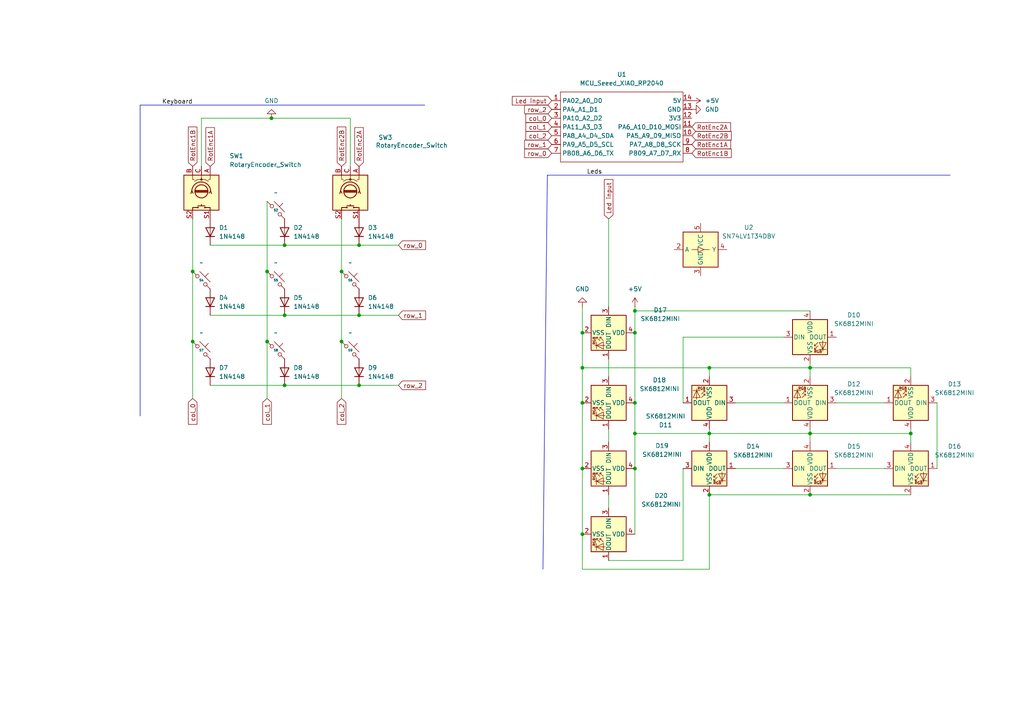
<source format=kicad_sch>
(kicad_sch
	(version 20250114)
	(generator "eeschema")
	(generator_version "9.0")
	(uuid "6d30595a-390e-4a9b-9e3f-6e44265370ab")
	(paper "A4")
	(lib_symbols
		(symbol "Device:RotaryEncoder_Switch"
			(pin_names
				(offset 0.254)
				(hide yes)
			)
			(exclude_from_sim no)
			(in_bom yes)
			(on_board yes)
			(property "Reference" "SW"
				(at 0 6.604 0)
				(effects
					(font
						(size 1.27 1.27)
					)
				)
			)
			(property "Value" "RotaryEncoder_Switch"
				(at 0 -6.604 0)
				(effects
					(font
						(size 1.27 1.27)
					)
				)
			)
			(property "Footprint" ""
				(at -3.81 4.064 0)
				(effects
					(font
						(size 1.27 1.27)
					)
					(hide yes)
				)
			)
			(property "Datasheet" "~"
				(at 0 6.604 0)
				(effects
					(font
						(size 1.27 1.27)
					)
					(hide yes)
				)
			)
			(property "Description" "Rotary encoder, dual channel, incremental quadrate outputs, with switch"
				(at 0 0 0)
				(effects
					(font
						(size 1.27 1.27)
					)
					(hide yes)
				)
			)
			(property "ki_keywords" "rotary switch encoder switch push button"
				(at 0 0 0)
				(effects
					(font
						(size 1.27 1.27)
					)
					(hide yes)
				)
			)
			(property "ki_fp_filters" "RotaryEncoder*Switch*"
				(at 0 0 0)
				(effects
					(font
						(size 1.27 1.27)
					)
					(hide yes)
				)
			)
			(symbol "RotaryEncoder_Switch_0_1"
				(rectangle
					(start -5.08 5.08)
					(end 5.08 -5.08)
					(stroke
						(width 0.254)
						(type default)
					)
					(fill
						(type background)
					)
				)
				(polyline
					(pts
						(xy -5.08 2.54) (xy -3.81 2.54) (xy -3.81 2.032)
					)
					(stroke
						(width 0)
						(type default)
					)
					(fill
						(type none)
					)
				)
				(polyline
					(pts
						(xy -5.08 0) (xy -3.81 0) (xy -3.81 -1.016) (xy -3.302 -2.032)
					)
					(stroke
						(width 0)
						(type default)
					)
					(fill
						(type none)
					)
				)
				(polyline
					(pts
						(xy -5.08 -2.54) (xy -3.81 -2.54) (xy -3.81 -2.032)
					)
					(stroke
						(width 0)
						(type default)
					)
					(fill
						(type none)
					)
				)
				(polyline
					(pts
						(xy -4.318 0) (xy -3.81 0) (xy -3.81 1.016) (xy -3.302 2.032)
					)
					(stroke
						(width 0)
						(type default)
					)
					(fill
						(type none)
					)
				)
				(circle
					(center -3.81 0)
					(radius 0.254)
					(stroke
						(width 0)
						(type default)
					)
					(fill
						(type outline)
					)
				)
				(polyline
					(pts
						(xy -0.635 -1.778) (xy -0.635 1.778)
					)
					(stroke
						(width 0.254)
						(type default)
					)
					(fill
						(type none)
					)
				)
				(circle
					(center -0.381 0)
					(radius 1.905)
					(stroke
						(width 0.254)
						(type default)
					)
					(fill
						(type none)
					)
				)
				(polyline
					(pts
						(xy -0.381 -1.778) (xy -0.381 1.778)
					)
					(stroke
						(width 0.254)
						(type default)
					)
					(fill
						(type none)
					)
				)
				(arc
					(start -0.381 -2.794)
					(mid -3.0988 -0.0635)
					(end -0.381 2.667)
					(stroke
						(width 0.254)
						(type default)
					)
					(fill
						(type none)
					)
				)
				(polyline
					(pts
						(xy -0.127 1.778) (xy -0.127 -1.778)
					)
					(stroke
						(width 0.254)
						(type default)
					)
					(fill
						(type none)
					)
				)
				(polyline
					(pts
						(xy 0.254 2.921) (xy -0.508 2.667) (xy 0.127 2.286)
					)
					(stroke
						(width 0.254)
						(type default)
					)
					(fill
						(type none)
					)
				)
				(polyline
					(pts
						(xy 0.254 -3.048) (xy -0.508 -2.794) (xy 0.127 -2.413)
					)
					(stroke
						(width 0.254)
						(type default)
					)
					(fill
						(type none)
					)
				)
				(polyline
					(pts
						(xy 3.81 1.016) (xy 3.81 -1.016)
					)
					(stroke
						(width 0.254)
						(type default)
					)
					(fill
						(type none)
					)
				)
				(polyline
					(pts
						(xy 3.81 0) (xy 3.429 0)
					)
					(stroke
						(width 0.254)
						(type default)
					)
					(fill
						(type none)
					)
				)
				(circle
					(center 4.318 1.016)
					(radius 0.127)
					(stroke
						(width 0.254)
						(type default)
					)
					(fill
						(type none)
					)
				)
				(circle
					(center 4.318 -1.016)
					(radius 0.127)
					(stroke
						(width 0.254)
						(type default)
					)
					(fill
						(type none)
					)
				)
				(polyline
					(pts
						(xy 5.08 2.54) (xy 4.318 2.54) (xy 4.318 1.016)
					)
					(stroke
						(width 0.254)
						(type default)
					)
					(fill
						(type none)
					)
				)
				(polyline
					(pts
						(xy 5.08 -2.54) (xy 4.318 -2.54) (xy 4.318 -1.016)
					)
					(stroke
						(width 0.254)
						(type default)
					)
					(fill
						(type none)
					)
				)
			)
			(symbol "RotaryEncoder_Switch_1_1"
				(pin passive line
					(at -7.62 2.54 0)
					(length 2.54)
					(name "A"
						(effects
							(font
								(size 1.27 1.27)
							)
						)
					)
					(number "A"
						(effects
							(font
								(size 1.27 1.27)
							)
						)
					)
				)
				(pin passive line
					(at -7.62 0 0)
					(length 2.54)
					(name "C"
						(effects
							(font
								(size 1.27 1.27)
							)
						)
					)
					(number "C"
						(effects
							(font
								(size 1.27 1.27)
							)
						)
					)
				)
				(pin passive line
					(at -7.62 -2.54 0)
					(length 2.54)
					(name "B"
						(effects
							(font
								(size 1.27 1.27)
							)
						)
					)
					(number "B"
						(effects
							(font
								(size 1.27 1.27)
							)
						)
					)
				)
				(pin passive line
					(at 7.62 2.54 180)
					(length 2.54)
					(name "S1"
						(effects
							(font
								(size 1.27 1.27)
							)
						)
					)
					(number "S1"
						(effects
							(font
								(size 1.27 1.27)
							)
						)
					)
				)
				(pin passive line
					(at 7.62 -2.54 180)
					(length 2.54)
					(name "S2"
						(effects
							(font
								(size 1.27 1.27)
							)
						)
					)
					(number "S2"
						(effects
							(font
								(size 1.27 1.27)
							)
						)
					)
				)
			)
			(embedded_fonts no)
		)
		(symbol "Diode:1N4148"
			(pin_numbers
				(hide yes)
			)
			(pin_names
				(hide yes)
			)
			(exclude_from_sim no)
			(in_bom yes)
			(on_board yes)
			(property "Reference" "D"
				(at 0 2.54 0)
				(effects
					(font
						(size 1.27 1.27)
					)
				)
			)
			(property "Value" "1N4148"
				(at 0 -2.54 0)
				(effects
					(font
						(size 1.27 1.27)
					)
				)
			)
			(property "Footprint" "Diode_THT:D_DO-35_SOD27_P7.62mm_Horizontal"
				(at 0 0 0)
				(effects
					(font
						(size 1.27 1.27)
					)
					(hide yes)
				)
			)
			(property "Datasheet" "https://assets.nexperia.com/documents/data-sheet/1N4148_1N4448.pdf"
				(at 0 0 0)
				(effects
					(font
						(size 1.27 1.27)
					)
					(hide yes)
				)
			)
			(property "Description" "100V 0.15A standard switching diode, DO-35"
				(at 0 0 0)
				(effects
					(font
						(size 1.27 1.27)
					)
					(hide yes)
				)
			)
			(property "Sim.Device" "D"
				(at 0 0 0)
				(effects
					(font
						(size 1.27 1.27)
					)
					(hide yes)
				)
			)
			(property "Sim.Pins" "1=K 2=A"
				(at 0 0 0)
				(effects
					(font
						(size 1.27 1.27)
					)
					(hide yes)
				)
			)
			(property "ki_keywords" "diode"
				(at 0 0 0)
				(effects
					(font
						(size 1.27 1.27)
					)
					(hide yes)
				)
			)
			(property "ki_fp_filters" "D*DO?35*"
				(at 0 0 0)
				(effects
					(font
						(size 1.27 1.27)
					)
					(hide yes)
				)
			)
			(symbol "1N4148_0_1"
				(polyline
					(pts
						(xy -1.27 1.27) (xy -1.27 -1.27)
					)
					(stroke
						(width 0.254)
						(type default)
					)
					(fill
						(type none)
					)
				)
				(polyline
					(pts
						(xy 1.27 1.27) (xy 1.27 -1.27) (xy -1.27 0) (xy 1.27 1.27)
					)
					(stroke
						(width 0.254)
						(type default)
					)
					(fill
						(type none)
					)
				)
				(polyline
					(pts
						(xy 1.27 0) (xy -1.27 0)
					)
					(stroke
						(width 0)
						(type default)
					)
					(fill
						(type none)
					)
				)
			)
			(symbol "1N4148_1_1"
				(pin passive line
					(at -3.81 0 0)
					(length 2.54)
					(name "K"
						(effects
							(font
								(size 1.27 1.27)
							)
						)
					)
					(number "1"
						(effects
							(font
								(size 1.27 1.27)
							)
						)
					)
				)
				(pin passive line
					(at 3.81 0 180)
					(length 2.54)
					(name "A"
						(effects
							(font
								(size 1.27 1.27)
							)
						)
					)
					(number "2"
						(effects
							(font
								(size 1.27 1.27)
							)
						)
					)
				)
			)
			(embedded_fonts no)
		)
		(symbol "LED:SK6812MINI"
			(pin_names
				(offset 0.254)
			)
			(exclude_from_sim no)
			(in_bom yes)
			(on_board yes)
			(property "Reference" "D"
				(at 5.08 5.715 0)
				(effects
					(font
						(size 1.27 1.27)
					)
					(justify right bottom)
				)
			)
			(property "Value" "SK6812MINI"
				(at 1.27 -5.715 0)
				(effects
					(font
						(size 1.27 1.27)
					)
					(justify left top)
				)
			)
			(property "Footprint" "LED_SMD:LED_SK6812MINI_PLCC4_3.5x3.5mm_P1.75mm"
				(at 1.27 -7.62 0)
				(effects
					(font
						(size 1.27 1.27)
					)
					(justify left top)
					(hide yes)
				)
			)
			(property "Datasheet" "https://cdn-shop.adafruit.com/product-files/2686/SK6812MINI_REV.01-1-2.pdf"
				(at 2.54 -9.525 0)
				(effects
					(font
						(size 1.27 1.27)
					)
					(justify left top)
					(hide yes)
				)
			)
			(property "Description" "RGB LED with integrated controller"
				(at 0 0 0)
				(effects
					(font
						(size 1.27 1.27)
					)
					(hide yes)
				)
			)
			(property "ki_keywords" "RGB LED NeoPixel Mini addressable"
				(at 0 0 0)
				(effects
					(font
						(size 1.27 1.27)
					)
					(hide yes)
				)
			)
			(property "ki_fp_filters" "LED*SK6812MINI*PLCC*3.5x3.5mm*P1.75mm*"
				(at 0 0 0)
				(effects
					(font
						(size 1.27 1.27)
					)
					(hide yes)
				)
			)
			(symbol "SK6812MINI_0_0"
				(text "RGB"
					(at 2.286 -4.191 0)
					(effects
						(font
							(size 0.762 0.762)
						)
					)
				)
			)
			(symbol "SK6812MINI_0_1"
				(polyline
					(pts
						(xy 1.27 -2.54) (xy 1.778 -2.54)
					)
					(stroke
						(width 0)
						(type default)
					)
					(fill
						(type none)
					)
				)
				(polyline
					(pts
						(xy 1.27 -3.556) (xy 1.778 -3.556)
					)
					(stroke
						(width 0)
						(type default)
					)
					(fill
						(type none)
					)
				)
				(polyline
					(pts
						(xy 2.286 -1.524) (xy 1.27 -2.54) (xy 1.27 -2.032)
					)
					(stroke
						(width 0)
						(type default)
					)
					(fill
						(type none)
					)
				)
				(polyline
					(pts
						(xy 2.286 -2.54) (xy 1.27 -3.556) (xy 1.27 -3.048)
					)
					(stroke
						(width 0)
						(type default)
					)
					(fill
						(type none)
					)
				)
				(polyline
					(pts
						(xy 3.683 -1.016) (xy 3.683 -3.556) (xy 3.683 -4.064)
					)
					(stroke
						(width 0)
						(type default)
					)
					(fill
						(type none)
					)
				)
				(polyline
					(pts
						(xy 4.699 -1.524) (xy 2.667 -1.524) (xy 3.683 -3.556) (xy 4.699 -1.524)
					)
					(stroke
						(width 0)
						(type default)
					)
					(fill
						(type none)
					)
				)
				(polyline
					(pts
						(xy 4.699 -3.556) (xy 2.667 -3.556)
					)
					(stroke
						(width 0)
						(type default)
					)
					(fill
						(type none)
					)
				)
				(rectangle
					(start 5.08 5.08)
					(end -5.08 -5.08)
					(stroke
						(width 0.254)
						(type default)
					)
					(fill
						(type background)
					)
				)
			)
			(symbol "SK6812MINI_1_1"
				(pin input line
					(at -7.62 0 0)
					(length 2.54)
					(name "DIN"
						(effects
							(font
								(size 1.27 1.27)
							)
						)
					)
					(number "3"
						(effects
							(font
								(size 1.27 1.27)
							)
						)
					)
				)
				(pin power_in line
					(at 0 7.62 270)
					(length 2.54)
					(name "VDD"
						(effects
							(font
								(size 1.27 1.27)
							)
						)
					)
					(number "4"
						(effects
							(font
								(size 1.27 1.27)
							)
						)
					)
				)
				(pin power_in line
					(at 0 -7.62 90)
					(length 2.54)
					(name "VSS"
						(effects
							(font
								(size 1.27 1.27)
							)
						)
					)
					(number "2"
						(effects
							(font
								(size 1.27 1.27)
							)
						)
					)
				)
				(pin output line
					(at 7.62 0 180)
					(length 2.54)
					(name "DOUT"
						(effects
							(font
								(size 1.27 1.27)
							)
						)
					)
					(number "1"
						(effects
							(font
								(size 1.27 1.27)
							)
						)
					)
				)
			)
			(embedded_fonts no)
		)
		(symbol "Logic_LevelTranslator:SN74LV1T34DBV"
			(exclude_from_sim no)
			(in_bom yes)
			(on_board yes)
			(property "Reference" "U"
				(at 5.08 6.35 0)
				(effects
					(font
						(size 1.27 1.27)
					)
					(justify left)
				)
			)
			(property "Value" "SN74LV1T34DBV"
				(at 5.08 3.81 0)
				(effects
					(font
						(size 1.27 1.27)
					)
					(justify left)
				)
			)
			(property "Footprint" "Package_TO_SOT_SMD:SOT-23-5"
				(at 16.51 -6.35 0)
				(effects
					(font
						(size 1.27 1.27)
					)
					(hide yes)
				)
			)
			(property "Datasheet" "https://www.ti.com/lit/ds/symlink/sn74lv1t34.pdf"
				(at -10.16 -5.08 0)
				(effects
					(font
						(size 1.27 1.27)
					)
					(hide yes)
				)
			)
			(property "Description" "Single Power Supply, Single Buffer GATE, CMOS Logic, Level Shifter, SOT-23-5"
				(at 0 0 0)
				(effects
					(font
						(size 1.27 1.27)
					)
					(hide yes)
				)
			)
			(property "ki_keywords" "single buffer level shift"
				(at 0 0 0)
				(effects
					(font
						(size 1.27 1.27)
					)
					(hide yes)
				)
			)
			(property "ki_fp_filters" "SOT?23*"
				(at 0 0 0)
				(effects
					(font
						(size 1.27 1.27)
					)
					(hide yes)
				)
			)
			(symbol "SN74LV1T34DBV_0_1"
				(rectangle
					(start -5.08 5.08)
					(end 5.08 -5.08)
					(stroke
						(width 0.254)
						(type default)
					)
					(fill
						(type background)
					)
				)
				(polyline
					(pts
						(xy -0.762 0) (xy -2.54 0)
					)
					(stroke
						(width 0)
						(type default)
					)
					(fill
						(type none)
					)
				)
				(polyline
					(pts
						(xy 1.016 0) (xy 2.54 0)
					)
					(stroke
						(width 0)
						(type default)
					)
					(fill
						(type none)
					)
				)
			)
			(symbol "SN74LV1T34DBV_1_1"
				(polyline
					(pts
						(xy -0.762 -0.762) (xy -0.762 0.762) (xy 1.016 0) (xy -0.762 -0.762)
					)
					(stroke
						(width 0)
						(type default)
					)
					(fill
						(type none)
					)
				)
				(pin input line
					(at -7.62 0 0)
					(length 2.54)
					(name "A"
						(effects
							(font
								(size 1.27 1.27)
							)
						)
					)
					(number "2"
						(effects
							(font
								(size 1.27 1.27)
							)
						)
					)
				)
				(pin no_connect line
					(at -5.08 2.54 0)
					(length 2.54)
					(hide yes)
					(name "NC"
						(effects
							(font
								(size 1.27 1.27)
							)
						)
					)
					(number "1"
						(effects
							(font
								(size 1.27 1.27)
							)
						)
					)
				)
				(pin power_in line
					(at 0 7.62 270)
					(length 2.54)
					(name "VCC"
						(effects
							(font
								(size 1.27 1.27)
							)
						)
					)
					(number "5"
						(effects
							(font
								(size 1.27 1.27)
							)
						)
					)
				)
				(pin power_in line
					(at 0 -7.62 90)
					(length 2.54)
					(name "GND"
						(effects
							(font
								(size 1.27 1.27)
							)
						)
					)
					(number "3"
						(effects
							(font
								(size 1.27 1.27)
							)
						)
					)
				)
				(pin output line
					(at 7.62 0 180)
					(length 2.54)
					(name "Y"
						(effects
							(font
								(size 1.27 1.27)
							)
						)
					)
					(number "4"
						(effects
							(font
								(size 1.27 1.27)
							)
						)
					)
				)
			)
			(embedded_fonts no)
		)
		(symbol "ScottoKeebs:MCU_Seeed_XIAO_RP2040"
			(exclude_from_sim no)
			(in_bom yes)
			(on_board yes)
			(property "Reference" "U"
				(at -16.51 11.43 0)
				(effects
					(font
						(size 1.27 1.27)
					)
				)
			)
			(property "Value" "MCU_Seeed_XIAO_RP2040"
				(at -3.81 -11.43 0)
				(effects
					(font
						(size 1.27 1.27)
					)
				)
			)
			(property "Footprint" ""
				(at -16.51 2.54 0)
				(effects
					(font
						(size 1.27 1.27)
					)
					(hide yes)
				)
			)
			(property "Datasheet" ""
				(at -16.51 2.54 0)
				(effects
					(font
						(size 1.27 1.27)
					)
					(hide yes)
				)
			)
			(property "Description" ""
				(at 0 0 0)
				(effects
					(font
						(size 1.27 1.27)
					)
					(hide yes)
				)
			)
			(symbol "MCU_Seeed_XIAO_RP2040_0_1"
				(rectangle
					(start -16.51 10.16)
					(end 19.05 -10.16)
					(stroke
						(width 0)
						(type default)
					)
					(fill
						(type none)
					)
				)
			)
			(symbol "MCU_Seeed_XIAO_RP2040_1_1"
				(pin passive line
					(at -19.05 7.62 0)
					(length 2.54)
					(name "PA02_A0_D0"
						(effects
							(font
								(size 1.27 1.27)
							)
						)
					)
					(number "1"
						(effects
							(font
								(size 1.27 1.27)
							)
						)
					)
				)
				(pin passive line
					(at -19.05 5.08 0)
					(length 2.54)
					(name "PA4_A1_D1"
						(effects
							(font
								(size 1.27 1.27)
							)
						)
					)
					(number "2"
						(effects
							(font
								(size 1.27 1.27)
							)
						)
					)
				)
				(pin passive line
					(at -19.05 2.54 0)
					(length 2.54)
					(name "PA10_A2_D2"
						(effects
							(font
								(size 1.27 1.27)
							)
						)
					)
					(number "3"
						(effects
							(font
								(size 1.27 1.27)
							)
						)
					)
				)
				(pin passive line
					(at -19.05 0 0)
					(length 2.54)
					(name "PA11_A3_D3"
						(effects
							(font
								(size 1.27 1.27)
							)
						)
					)
					(number "4"
						(effects
							(font
								(size 1.27 1.27)
							)
						)
					)
				)
				(pin passive line
					(at -19.05 -2.54 0)
					(length 2.54)
					(name "PA8_A4_D4_SDA"
						(effects
							(font
								(size 1.27 1.27)
							)
						)
					)
					(number "5"
						(effects
							(font
								(size 1.27 1.27)
							)
						)
					)
				)
				(pin passive line
					(at -19.05 -5.08 0)
					(length 2.54)
					(name "PA9_A5_D5_SCL"
						(effects
							(font
								(size 1.27 1.27)
							)
						)
					)
					(number "6"
						(effects
							(font
								(size 1.27 1.27)
							)
						)
					)
				)
				(pin passive line
					(at -19.05 -7.62 0)
					(length 2.54)
					(name "PB08_A6_D6_TX"
						(effects
							(font
								(size 1.27 1.27)
							)
						)
					)
					(number "7"
						(effects
							(font
								(size 1.27 1.27)
							)
						)
					)
				)
				(pin passive line
					(at 21.59 7.62 180)
					(length 2.54)
					(name "5V"
						(effects
							(font
								(size 1.27 1.27)
							)
						)
					)
					(number "14"
						(effects
							(font
								(size 1.27 1.27)
							)
						)
					)
				)
				(pin passive line
					(at 21.59 5.08 180)
					(length 2.54)
					(name "GND"
						(effects
							(font
								(size 1.27 1.27)
							)
						)
					)
					(number "13"
						(effects
							(font
								(size 1.27 1.27)
							)
						)
					)
				)
				(pin passive line
					(at 21.59 2.54 180)
					(length 2.54)
					(name "3V3"
						(effects
							(font
								(size 1.27 1.27)
							)
						)
					)
					(number "12"
						(effects
							(font
								(size 1.27 1.27)
							)
						)
					)
				)
				(pin passive line
					(at 21.59 0 180)
					(length 2.54)
					(name "PA6_A10_D10_MOSI"
						(effects
							(font
								(size 1.27 1.27)
							)
						)
					)
					(number "11"
						(effects
							(font
								(size 1.27 1.27)
							)
						)
					)
				)
				(pin passive line
					(at 21.59 -2.54 180)
					(length 2.54)
					(name "PA5_A9_D9_MISO"
						(effects
							(font
								(size 1.27 1.27)
							)
						)
					)
					(number "10"
						(effects
							(font
								(size 1.27 1.27)
							)
						)
					)
				)
				(pin passive line
					(at 21.59 -5.08 180)
					(length 2.54)
					(name "PA7_A8_D8_SCK"
						(effects
							(font
								(size 1.27 1.27)
							)
						)
					)
					(number "9"
						(effects
							(font
								(size 1.27 1.27)
							)
						)
					)
				)
				(pin passive line
					(at 21.59 -7.62 180)
					(length 2.54)
					(name "PB09_A7_D7_RX"
						(effects
							(font
								(size 1.27 1.27)
							)
						)
					)
					(number "8"
						(effects
							(font
								(size 1.27 1.27)
							)
						)
					)
				)
			)
			(embedded_fonts no)
		)
		(symbol "ScottoKeebs:Placeholder_Keyswitch"
			(pin_numbers
				(hide yes)
			)
			(pin_names
				(offset 1.016)
				(hide yes)
			)
			(exclude_from_sim no)
			(in_bom yes)
			(on_board yes)
			(property "Reference" "S"
				(at 0 0 0)
				(do_not_autoplace)
				(effects
					(font
						(size 0.635 0.635)
						(thickness 0.127)
						(bold yes)
					)
				)
			)
			(property "Value" ""
				(at 0 -3.81 0)
				(effects
					(font
						(size 1.27 1.27)
					)
				)
			)
			(property "Footprint" ""
				(at 0 0 0)
				(effects
					(font
						(size 1.27 1.27)
					)
					(hide yes)
				)
			)
			(property "Datasheet" ""
				(at -2.54 -1.778 0)
				(effects
					(font
						(size 1.27 1.27)
					)
					(hide yes)
				)
			)
			(property "Description" ""
				(at 0 0 0)
				(effects
					(font
						(size 1.27 1.27)
					)
					(hide yes)
				)
			)
			(property "ki_keywords" "switch normally-open pushbutton push-button"
				(at 0 0 0)
				(effects
					(font
						(size 1.27 1.27)
					)
					(hide yes)
				)
			)
			(symbol "Placeholder_Keyswitch_0_1"
				(polyline
					(pts
						(xy -2.54 2.54) (xy -1.524 1.524) (xy -1.524 1.524)
					)
					(stroke
						(width 0)
						(type default)
					)
					(fill
						(type none)
					)
				)
				(circle
					(center -1.1684 1.1684)
					(radius 0.508)
					(stroke
						(width 0)
						(type default)
					)
					(fill
						(type none)
					)
				)
				(polyline
					(pts
						(xy -0.508 2.54) (xy 2.54 -0.508)
					)
					(stroke
						(width 0)
						(type default)
					)
					(fill
						(type none)
					)
				)
				(polyline
					(pts
						(xy 1.016 1.016) (xy 2.032 2.032)
					)
					(stroke
						(width 0)
						(type default)
					)
					(fill
						(type none)
					)
				)
				(circle
					(center 1.143 -1.1938)
					(radius 0.508)
					(stroke
						(width 0)
						(type default)
					)
					(fill
						(type none)
					)
				)
				(polyline
					(pts
						(xy 1.524 -1.524) (xy 2.54 -2.54) (xy 2.54 -2.54) (xy 2.54 -2.54)
					)
					(stroke
						(width 0)
						(type default)
					)
					(fill
						(type none)
					)
				)
				(pin passive line
					(at -2.54 2.54 0)
					(length 0)
					(name "1"
						(effects
							(font
								(size 1.27 1.27)
							)
						)
					)
					(number "1"
						(effects
							(font
								(size 1.27 1.27)
							)
						)
					)
				)
				(pin passive line
					(at 2.54 -2.54 180)
					(length 0)
					(name "2"
						(effects
							(font
								(size 1.27 1.27)
							)
						)
					)
					(number "2"
						(effects
							(font
								(size 1.27 1.27)
							)
						)
					)
				)
			)
			(embedded_fonts no)
		)
		(symbol "power:+5V"
			(power)
			(pin_numbers
				(hide yes)
			)
			(pin_names
				(offset 0)
				(hide yes)
			)
			(exclude_from_sim no)
			(in_bom yes)
			(on_board yes)
			(property "Reference" "#PWR"
				(at 0 -3.81 0)
				(effects
					(font
						(size 1.27 1.27)
					)
					(hide yes)
				)
			)
			(property "Value" "+5V"
				(at 0 3.556 0)
				(effects
					(font
						(size 1.27 1.27)
					)
				)
			)
			(property "Footprint" ""
				(at 0 0 0)
				(effects
					(font
						(size 1.27 1.27)
					)
					(hide yes)
				)
			)
			(property "Datasheet" ""
				(at 0 0 0)
				(effects
					(font
						(size 1.27 1.27)
					)
					(hide yes)
				)
			)
			(property "Description" "Power symbol creates a global label with name \"+5V\""
				(at 0 0 0)
				(effects
					(font
						(size 1.27 1.27)
					)
					(hide yes)
				)
			)
			(property "ki_keywords" "global power"
				(at 0 0 0)
				(effects
					(font
						(size 1.27 1.27)
					)
					(hide yes)
				)
			)
			(symbol "+5V_0_1"
				(polyline
					(pts
						(xy -0.762 1.27) (xy 0 2.54)
					)
					(stroke
						(width 0)
						(type default)
					)
					(fill
						(type none)
					)
				)
				(polyline
					(pts
						(xy 0 2.54) (xy 0.762 1.27)
					)
					(stroke
						(width 0)
						(type default)
					)
					(fill
						(type none)
					)
				)
				(polyline
					(pts
						(xy 0 0) (xy 0 2.54)
					)
					(stroke
						(width 0)
						(type default)
					)
					(fill
						(type none)
					)
				)
			)
			(symbol "+5V_1_1"
				(pin power_in line
					(at 0 0 90)
					(length 0)
					(name "~"
						(effects
							(font
								(size 1.27 1.27)
							)
						)
					)
					(number "1"
						(effects
							(font
								(size 1.27 1.27)
							)
						)
					)
				)
			)
			(embedded_fonts no)
		)
		(symbol "power:GND"
			(power)
			(pin_numbers
				(hide yes)
			)
			(pin_names
				(offset 0)
				(hide yes)
			)
			(exclude_from_sim no)
			(in_bom yes)
			(on_board yes)
			(property "Reference" "#PWR"
				(at 0 -6.35 0)
				(effects
					(font
						(size 1.27 1.27)
					)
					(hide yes)
				)
			)
			(property "Value" "GND"
				(at 0 -3.81 0)
				(effects
					(font
						(size 1.27 1.27)
					)
				)
			)
			(property "Footprint" ""
				(at 0 0 0)
				(effects
					(font
						(size 1.27 1.27)
					)
					(hide yes)
				)
			)
			(property "Datasheet" ""
				(at 0 0 0)
				(effects
					(font
						(size 1.27 1.27)
					)
					(hide yes)
				)
			)
			(property "Description" "Power symbol creates a global label with name \"GND\" , ground"
				(at 0 0 0)
				(effects
					(font
						(size 1.27 1.27)
					)
					(hide yes)
				)
			)
			(property "ki_keywords" "global power"
				(at 0 0 0)
				(effects
					(font
						(size 1.27 1.27)
					)
					(hide yes)
				)
			)
			(symbol "GND_0_1"
				(polyline
					(pts
						(xy 0 0) (xy 0 -1.27) (xy 1.27 -1.27) (xy 0 -2.54) (xy -1.27 -1.27) (xy 0 -1.27)
					)
					(stroke
						(width 0)
						(type default)
					)
					(fill
						(type none)
					)
				)
			)
			(symbol "GND_1_1"
				(pin power_in line
					(at 0 0 270)
					(length 0)
					(name "~"
						(effects
							(font
								(size 1.27 1.27)
							)
						)
					)
					(number "1"
						(effects
							(font
								(size 1.27 1.27)
							)
						)
					)
				)
			)
			(embedded_fonts no)
		)
	)
	(junction
		(at 55.88 99.06)
		(diameter 0)
		(color 0 0 0 0)
		(uuid "0224e412-a150-4616-a80e-d72c78d398ed")
	)
	(junction
		(at 184.15 125.73)
		(diameter 0)
		(color 0 0 0 0)
		(uuid "037975f2-137c-4a3b-840d-e85237024300")
	)
	(junction
		(at 168.91 106.68)
		(diameter 0)
		(color 0 0 0 0)
		(uuid "146b98a1-1a5c-4a48-acf3-8751e74f118e")
	)
	(junction
		(at 205.74 143.51)
		(diameter 0)
		(color 0 0 0 0)
		(uuid "1492dca1-34c7-4798-9c55-f57594fa3f58")
	)
	(junction
		(at 168.91 116.84)
		(diameter 0)
		(color 0 0 0 0)
		(uuid "1cda148c-b9f3-4aac-a822-e83c9af50735")
	)
	(junction
		(at 205.74 125.73)
		(diameter 0)
		(color 0 0 0 0)
		(uuid "1d368687-5067-46bb-bb0a-60c22c7d2c8d")
	)
	(junction
		(at 82.55 91.44)
		(diameter 0)
		(color 0 0 0 0)
		(uuid "1fca13ba-7051-4697-84d0-f0a396ea6724")
	)
	(junction
		(at 99.06 78.74)
		(diameter 0)
		(color 0 0 0 0)
		(uuid "2190c617-92ed-4cc4-a99d-71afefbc66de")
	)
	(junction
		(at 77.47 99.06)
		(diameter 0)
		(color 0 0 0 0)
		(uuid "27c43052-050c-452a-8959-03ac944f9d28")
	)
	(junction
		(at 104.14 71.12)
		(diameter 0)
		(color 0 0 0 0)
		(uuid "32c62844-a384-4f91-b0a6-72ebe82fda6f")
	)
	(junction
		(at 104.14 111.76)
		(diameter 0)
		(color 0 0 0 0)
		(uuid "3968602b-f564-4845-ac87-4e0e7137b181")
	)
	(junction
		(at 168.91 135.89)
		(diameter 0)
		(color 0 0 0 0)
		(uuid "3bd8eb06-0fef-4fd6-860a-50b1a9ccc31d")
	)
	(junction
		(at 77.47 78.74)
		(diameter 0)
		(color 0 0 0 0)
		(uuid "3cda7f10-2dfd-4b80-bebb-03c94cfb2c86")
	)
	(junction
		(at 234.95 143.51)
		(diameter 0)
		(color 0 0 0 0)
		(uuid "3e130105-5394-4ecf-9875-6057e04294ee")
	)
	(junction
		(at 184.15 135.89)
		(diameter 0)
		(color 0 0 0 0)
		(uuid "476c7544-ddc6-4664-8041-4e5d427e8cc8")
	)
	(junction
		(at 99.06 99.06)
		(diameter 0)
		(color 0 0 0 0)
		(uuid "59640c76-978d-4641-9150-96a0696065fb")
	)
	(junction
		(at 184.15 90.17)
		(diameter 0)
		(color 0 0 0 0)
		(uuid "701b25e5-679f-4501-b1bf-10fb569e4750")
	)
	(junction
		(at 234.95 125.73)
		(diameter 0)
		(color 0 0 0 0)
		(uuid "774dee4a-94fc-481c-acca-37b51b414374")
	)
	(junction
		(at 264.16 125.73)
		(diameter 0)
		(color 0 0 0 0)
		(uuid "8b7b792e-8bf9-4b63-8086-85fdd6d6bd45")
	)
	(junction
		(at 168.91 96.52)
		(diameter 0)
		(color 0 0 0 0)
		(uuid "8fed0ee7-8347-4135-9de6-c07a16cc03b0")
	)
	(junction
		(at 82.55 71.12)
		(diameter 0)
		(color 0 0 0 0)
		(uuid "91112d28-4816-466e-ba75-88575b1c0a0b")
	)
	(junction
		(at 82.55 111.76)
		(diameter 0)
		(color 0 0 0 0)
		(uuid "9365b1a5-30a9-4005-9b87-87212d2df7ef")
	)
	(junction
		(at 184.15 116.84)
		(diameter 0)
		(color 0 0 0 0)
		(uuid "af9e6497-7f2b-4b74-b422-62dea1b69668")
	)
	(junction
		(at 234.95 106.68)
		(diameter 0)
		(color 0 0 0 0)
		(uuid "baf4670a-c963-4c12-99ae-a2e176dbdf1d")
	)
	(junction
		(at 184.15 96.52)
		(diameter 0)
		(color 0 0 0 0)
		(uuid "c4d439a8-98b0-4ba1-9cb7-f5ace597879d")
	)
	(junction
		(at 168.91 154.94)
		(diameter 0)
		(color 0 0 0 0)
		(uuid "c8698199-eb7e-4164-8fe5-e3e210bfc7cb")
	)
	(junction
		(at 55.88 78.74)
		(diameter 0)
		(color 0 0 0 0)
		(uuid "cc8ace99-27be-493d-b42d-6f996688db12")
	)
	(junction
		(at 104.14 91.44)
		(diameter 0)
		(color 0 0 0 0)
		(uuid "ceeb745d-fa4c-4977-a2a9-1c6a2aa032da")
	)
	(junction
		(at 78.74 34.29)
		(diameter 0)
		(color 0 0 0 0)
		(uuid "d0b95b1e-3097-49e5-9290-20c0d6286a52")
	)
	(junction
		(at 205.74 106.68)
		(diameter 0)
		(color 0 0 0 0)
		(uuid "d237e35f-1938-4324-ba55-3d551f86ef14")
	)
	(wire
		(pts
			(xy 205.74 143.51) (xy 234.95 143.51)
		)
		(stroke
			(width 0)
			(type default)
		)
		(uuid "0465eaaa-7320-45a1-af89-ab4667f416f1")
	)
	(wire
		(pts
			(xy 55.88 78.74) (xy 55.88 99.06)
		)
		(stroke
			(width 0)
			(type default)
		)
		(uuid "07c30f06-3cd2-408f-9020-4a52c8d2dc3b")
	)
	(wire
		(pts
			(xy 234.95 106.68) (xy 234.95 109.22)
		)
		(stroke
			(width 0)
			(type default)
		)
		(uuid "094a6efc-e6fb-4403-b04a-86955025df29")
	)
	(wire
		(pts
			(xy 184.15 90.17) (xy 184.15 96.52)
		)
		(stroke
			(width 0)
			(type default)
		)
		(uuid "0e7879a9-1091-4e0d-bb32-008866289d9b")
	)
	(wire
		(pts
			(xy 184.15 135.89) (xy 184.15 154.94)
		)
		(stroke
			(width 0)
			(type default)
		)
		(uuid "11b14f59-df02-4187-9f6b-f1d53d440fea")
	)
	(wire
		(pts
			(xy 184.15 96.52) (xy 184.15 116.84)
		)
		(stroke
			(width 0)
			(type default)
		)
		(uuid "1718eb6e-f836-4b5d-a540-32e97ef47a91")
	)
	(wire
		(pts
			(xy 55.88 63.5) (xy 55.88 78.74)
		)
		(stroke
			(width 0)
			(type default)
		)
		(uuid "18b25191-321c-4229-a2f6-a821a6155ced")
	)
	(wire
		(pts
			(xy 205.74 124.46) (xy 205.74 125.73)
		)
		(stroke
			(width 0)
			(type default)
		)
		(uuid "20602aa0-6d39-4311-81d8-a687415d6f25")
	)
	(wire
		(pts
			(xy 176.53 104.14) (xy 176.53 109.22)
		)
		(stroke
			(width 0)
			(type default)
		)
		(uuid "21d2b41f-bc4c-4d15-9948-ecbcee2978e2")
	)
	(wire
		(pts
			(xy 176.53 124.46) (xy 176.53 128.27)
		)
		(stroke
			(width 0)
			(type default)
		)
		(uuid "266aa46c-59a7-45a7-8d9d-9d9ae9559340")
	)
	(wire
		(pts
			(xy 168.91 154.94) (xy 168.91 165.1)
		)
		(stroke
			(width 0)
			(type default)
		)
		(uuid "28a3c052-e6e6-4dc7-99c6-feaef6ccb19c")
	)
	(wire
		(pts
			(xy 176.53 63.5) (xy 176.53 88.9)
		)
		(stroke
			(width 0)
			(type default)
		)
		(uuid "31ff9b43-7416-4d66-8d0c-57310cf2bb4c")
	)
	(wire
		(pts
			(xy 104.14 91.44) (xy 115.57 91.44)
		)
		(stroke
			(width 0)
			(type default)
		)
		(uuid "33a054ae-5acd-4ed7-861a-3ba52a252514")
	)
	(wire
		(pts
			(xy 60.96 111.76) (xy 82.55 111.76)
		)
		(stroke
			(width 0)
			(type default)
		)
		(uuid "35b7abed-c7e2-4a09-a016-c5082d61c601")
	)
	(polyline
		(pts
			(xy 158.75 50.8) (xy 275.59 50.8)
		)
		(stroke
			(width 0)
			(type default)
		)
		(uuid "3f0bd33f-302d-4769-8dd5-76f3ea7149e4")
	)
	(wire
		(pts
			(xy 234.95 124.46) (xy 234.95 125.73)
		)
		(stroke
			(width 0)
			(type default)
		)
		(uuid "417fee42-eedf-4f2c-ae31-c525209502b4")
	)
	(wire
		(pts
			(xy 99.06 78.74) (xy 99.06 99.06)
		)
		(stroke
			(width 0)
			(type default)
		)
		(uuid "42eb20cf-161c-4a58-9540-d2b050157078")
	)
	(wire
		(pts
			(xy 78.74 34.29) (xy 101.6 34.29)
		)
		(stroke
			(width 0)
			(type default)
		)
		(uuid "521cb439-2d32-4353-b520-685fa04f81b8")
	)
	(wire
		(pts
			(xy 176.53 162.56) (xy 198.12 162.56)
		)
		(stroke
			(width 0)
			(type default)
		)
		(uuid "5226e578-ba16-49bd-ac9a-af7237579cc0")
	)
	(wire
		(pts
			(xy 264.16 124.46) (xy 264.16 125.73)
		)
		(stroke
			(width 0)
			(type default)
		)
		(uuid "52c06bfe-fa7a-4b87-bc02-38ac49bd3d7c")
	)
	(wire
		(pts
			(xy 168.91 96.52) (xy 168.91 106.68)
		)
		(stroke
			(width 0)
			(type default)
		)
		(uuid "546aaea6-a436-4ce3-80d8-2fbcb222bd9a")
	)
	(wire
		(pts
			(xy 234.95 105.41) (xy 234.95 106.68)
		)
		(stroke
			(width 0)
			(type default)
		)
		(uuid "5d02678c-1694-4ab6-b341-0effdff74f1e")
	)
	(wire
		(pts
			(xy 198.12 162.56) (xy 198.12 135.89)
		)
		(stroke
			(width 0)
			(type default)
		)
		(uuid "5dc965a2-b8d3-4af6-9a68-db07743036e4")
	)
	(wire
		(pts
			(xy 168.91 165.1) (xy 205.74 165.1)
		)
		(stroke
			(width 0)
			(type default)
		)
		(uuid "5e0555fb-d585-45e7-93df-5eaa99e33eb9")
	)
	(wire
		(pts
			(xy 60.96 71.12) (xy 82.55 71.12)
		)
		(stroke
			(width 0)
			(type default)
		)
		(uuid "5f84d029-3d96-4646-a047-8e2921566cc8")
	)
	(wire
		(pts
			(xy 234.95 106.68) (xy 264.16 106.68)
		)
		(stroke
			(width 0)
			(type default)
		)
		(uuid "61c81d6e-af93-41c5-8f10-7cd5a9192cb3")
	)
	(wire
		(pts
			(xy 205.74 109.22) (xy 205.74 106.68)
		)
		(stroke
			(width 0)
			(type default)
		)
		(uuid "684e64bf-130c-4400-b078-297ca75a174c")
	)
	(wire
		(pts
			(xy 99.06 99.06) (xy 99.06 115.57)
		)
		(stroke
			(width 0)
			(type default)
		)
		(uuid "6bb2ebd3-45ad-487e-b8e3-86fc17295a6c")
	)
	(wire
		(pts
			(xy 176.53 143.51) (xy 176.53 147.32)
		)
		(stroke
			(width 0)
			(type default)
		)
		(uuid "6dd47a41-58a8-4736-b4aa-760cfa00faa2")
	)
	(polyline
		(pts
			(xy 157.48 165.1) (xy 158.75 50.8)
		)
		(stroke
			(width 0)
			(type default)
		)
		(uuid "6e223691-6bd2-4448-8e64-24b374af5407")
	)
	(wire
		(pts
			(xy 205.74 165.1) (xy 205.74 143.51)
		)
		(stroke
			(width 0)
			(type default)
		)
		(uuid "6f007e8b-a294-411a-bcb5-09dcc9a1703d")
	)
	(wire
		(pts
			(xy 234.95 125.73) (xy 234.95 128.27)
		)
		(stroke
			(width 0)
			(type default)
		)
		(uuid "75fb0c42-e389-43b0-a355-fcffe3d4c0fa")
	)
	(wire
		(pts
			(xy 82.55 71.12) (xy 104.14 71.12)
		)
		(stroke
			(width 0)
			(type default)
		)
		(uuid "77a08b32-1f4b-49f4-846b-8c837eccbdb9")
	)
	(wire
		(pts
			(xy 168.91 135.89) (xy 168.91 154.94)
		)
		(stroke
			(width 0)
			(type default)
		)
		(uuid "791e3576-3f22-4371-bf87-fe370dcea7ec")
	)
	(wire
		(pts
			(xy 213.36 135.89) (xy 227.33 135.89)
		)
		(stroke
			(width 0)
			(type default)
		)
		(uuid "7a635ec6-0c02-463c-acf3-fae719f2958f")
	)
	(wire
		(pts
			(xy 104.14 111.76) (xy 115.57 111.76)
		)
		(stroke
			(width 0)
			(type default)
		)
		(uuid "7abfc2ea-d0df-475a-a0db-3616bf6e8698")
	)
	(wire
		(pts
			(xy 184.15 116.84) (xy 184.15 125.73)
		)
		(stroke
			(width 0)
			(type default)
		)
		(uuid "7e22cff0-7933-4ad4-a9d6-a41d8918dec1")
	)
	(wire
		(pts
			(xy 198.12 116.84) (xy 198.12 97.79)
		)
		(stroke
			(width 0)
			(type default)
		)
		(uuid "8168ee44-4042-45ff-9f86-db76ac86d70b")
	)
	(wire
		(pts
			(xy 60.96 91.44) (xy 82.55 91.44)
		)
		(stroke
			(width 0)
			(type default)
		)
		(uuid "8389be65-2f38-4fc9-a525-87ac655aa514")
	)
	(polyline
		(pts
			(xy 40.64 120.65) (xy 40.64 30.48)
		)
		(stroke
			(width 0)
			(type default)
		)
		(uuid "85054d36-6e6c-4d19-a764-efcf04b09860")
	)
	(wire
		(pts
			(xy 77.47 99.06) (xy 77.47 115.57)
		)
		(stroke
			(width 0)
			(type default)
		)
		(uuid "85593606-cee4-43a4-b38e-2cfd7277918e")
	)
	(wire
		(pts
			(xy 184.15 90.17) (xy 234.95 90.17)
		)
		(stroke
			(width 0)
			(type default)
		)
		(uuid "8736270f-7ce7-4ab2-8637-bb0917488dce")
	)
	(wire
		(pts
			(xy 234.95 143.51) (xy 264.16 143.51)
		)
		(stroke
			(width 0)
			(type default)
		)
		(uuid "93d093f1-4cba-4e11-964a-261f95b82147")
	)
	(polyline
		(pts
			(xy 40.64 30.48) (xy 123.19 30.48)
		)
		(stroke
			(width 0)
			(type default)
		)
		(uuid "953e8222-b754-487f-a9e9-e14ab8316c4d")
	)
	(wire
		(pts
			(xy 82.55 91.44) (xy 104.14 91.44)
		)
		(stroke
			(width 0)
			(type default)
		)
		(uuid "9ba39597-6afd-404e-b395-bf79762d2fb2")
	)
	(wire
		(pts
			(xy 198.12 97.79) (xy 227.33 97.79)
		)
		(stroke
			(width 0)
			(type default)
		)
		(uuid "a00de451-643e-4dcc-9f77-7049ec4ffc89")
	)
	(wire
		(pts
			(xy 184.15 125.73) (xy 205.74 125.73)
		)
		(stroke
			(width 0)
			(type default)
		)
		(uuid "a33e2e4f-1e6f-4c51-91b5-72ee94514b04")
	)
	(wire
		(pts
			(xy 77.47 78.74) (xy 77.47 99.06)
		)
		(stroke
			(width 0)
			(type default)
		)
		(uuid "a6dfbfda-1766-489e-b472-4ee24e2237d2")
	)
	(wire
		(pts
			(xy 168.91 106.68) (xy 168.91 116.84)
		)
		(stroke
			(width 0)
			(type default)
		)
		(uuid "a7a7ea99-8a90-4c95-b90a-9b6d784d39d7")
	)
	(wire
		(pts
			(xy 104.14 71.12) (xy 115.57 71.12)
		)
		(stroke
			(width 0)
			(type default)
		)
		(uuid "ab5fe1ee-beec-441b-8bc4-b48c03c50967")
	)
	(wire
		(pts
			(xy 101.6 34.29) (xy 101.6 48.26)
		)
		(stroke
			(width 0)
			(type default)
		)
		(uuid "b02dcba8-1d8c-408b-a6c7-e09931efc1b4")
	)
	(wire
		(pts
			(xy 184.15 125.73) (xy 184.15 135.89)
		)
		(stroke
			(width 0)
			(type default)
		)
		(uuid "b08f748f-5525-4979-b6fe-455ed8b0262f")
	)
	(wire
		(pts
			(xy 242.57 116.84) (xy 256.54 116.84)
		)
		(stroke
			(width 0)
			(type default)
		)
		(uuid "b25ed0bd-5833-4b3e-90c4-c518d7334339")
	)
	(wire
		(pts
			(xy 168.91 88.9) (xy 168.91 96.52)
		)
		(stroke
			(width 0)
			(type default)
		)
		(uuid "b92bdfe0-61eb-4c90-8cdc-b740e7be9ac2")
	)
	(wire
		(pts
			(xy 213.36 116.84) (xy 227.33 116.84)
		)
		(stroke
			(width 0)
			(type default)
		)
		(uuid "bbe9e583-7c12-497d-ac32-7aa279ab53ed")
	)
	(wire
		(pts
			(xy 234.95 125.73) (xy 264.16 125.73)
		)
		(stroke
			(width 0)
			(type default)
		)
		(uuid "bfc5752e-3267-402b-af96-db30f2c0f833")
	)
	(wire
		(pts
			(xy 78.74 34.29) (xy 58.42 34.29)
		)
		(stroke
			(width 0)
			(type default)
		)
		(uuid "c2157a6e-a59e-48ec-a748-a00b97e2b0ef")
	)
	(wire
		(pts
			(xy 55.88 99.06) (xy 55.88 115.57)
		)
		(stroke
			(width 0)
			(type default)
		)
		(uuid "c23d2e8a-299e-4ccb-a257-174e37b6a3fb")
	)
	(wire
		(pts
			(xy 168.91 116.84) (xy 168.91 135.89)
		)
		(stroke
			(width 0)
			(type default)
		)
		(uuid "c264f49e-ec69-4c35-bab3-c2d17633bb4a")
	)
	(wire
		(pts
			(xy 168.91 106.68) (xy 205.74 106.68)
		)
		(stroke
			(width 0)
			(type default)
		)
		(uuid "d73ebf1a-4efd-41b7-be50-1d631eb6aa10")
	)
	(wire
		(pts
			(xy 77.47 58.42) (xy 77.47 78.74)
		)
		(stroke
			(width 0)
			(type default)
		)
		(uuid "d84fbd72-2802-4de9-b432-c5d9048ac2d3")
	)
	(wire
		(pts
			(xy 82.55 111.76) (xy 104.14 111.76)
		)
		(stroke
			(width 0)
			(type default)
		)
		(uuid "dc215a59-cf9d-45e1-861c-f431fec58ef3")
	)
	(wire
		(pts
			(xy 205.74 125.73) (xy 205.74 128.27)
		)
		(stroke
			(width 0)
			(type default)
		)
		(uuid "e2212b45-0185-43b4-921d-99567c0cdf99")
	)
	(wire
		(pts
			(xy 99.06 63.5) (xy 99.06 78.74)
		)
		(stroke
			(width 0)
			(type default)
		)
		(uuid "e33c6576-6dbe-4f02-92d7-dc5853049d6b")
	)
	(wire
		(pts
			(xy 242.57 135.89) (xy 256.54 135.89)
		)
		(stroke
			(width 0)
			(type default)
		)
		(uuid "e934c056-b3f1-4af8-8cab-e3a3f0e3b130")
	)
	(wire
		(pts
			(xy 205.74 106.68) (xy 234.95 106.68)
		)
		(stroke
			(width 0)
			(type default)
		)
		(uuid "ea0becc2-ead0-48e9-bbc7-fa1810f9eec9")
	)
	(wire
		(pts
			(xy 271.78 116.84) (xy 271.78 135.89)
		)
		(stroke
			(width 0)
			(type default)
		)
		(uuid "ee48b88b-12e4-4866-bff9-36e44c6e9c5c")
	)
	(wire
		(pts
			(xy 264.16 106.68) (xy 264.16 109.22)
		)
		(stroke
			(width 0)
			(type default)
		)
		(uuid "f1f50bfc-a8d2-491c-b763-f9389e524d36")
	)
	(wire
		(pts
			(xy 264.16 125.73) (xy 264.16 128.27)
		)
		(stroke
			(width 0)
			(type default)
		)
		(uuid "f4860183-6d1d-4e63-abab-354b5614058b")
	)
	(wire
		(pts
			(xy 205.74 125.73) (xy 234.95 125.73)
		)
		(stroke
			(width 0)
			(type default)
		)
		(uuid "f819a61c-b9ef-4d5b-acb8-798aef847d39")
	)
	(wire
		(pts
			(xy 58.42 34.29) (xy 58.42 48.26)
		)
		(stroke
			(width 0)
			(type default)
		)
		(uuid "fc9b4e38-3ce4-4839-a65e-491401e64d71")
	)
	(wire
		(pts
			(xy 184.15 88.9) (xy 184.15 90.17)
		)
		(stroke
			(width 0)
			(type default)
		)
		(uuid "fcf7f7ac-46f7-454f-97de-c1d0a5d96f7f")
	)
	(label "Leds"
		(at 170.18 50.8 0)
		(effects
			(font
				(size 1.27 1.27)
			)
			(justify left bottom)
		)
		(uuid "2cb9bb21-d18c-44a2-932e-d09554afff51")
	)
	(label "Keyboard"
		(at 46.99 30.48 0)
		(effects
			(font
				(size 1.27 1.27)
			)
			(justify left bottom)
		)
		(uuid "406f25df-7e7b-49b4-9cd6-64b0be3d8979")
	)
	(global_label "RotEnc2B"
		(shape input)
		(at 200.66 39.37 0)
		(fields_autoplaced yes)
		(effects
			(font
				(size 1.27 1.27)
			)
			(justify left)
		)
		(uuid "01b0cb78-d3b2-4df1-8093-f6240cba5f5f")
		(property "Intersheetrefs" "${INTERSHEET_REFS}"
			(at 212.656 39.37 0)
			(effects
				(font
					(size 1.27 1.27)
				)
				(justify left)
				(hide yes)
			)
		)
	)
	(global_label "row_0"
		(shape input)
		(at 115.57 71.12 0)
		(fields_autoplaced yes)
		(effects
			(font
				(size 1.27 1.27)
			)
			(justify left)
		)
		(uuid "14053152-2e73-4b56-a393-02ea48af0cd2")
		(property "Intersheetrefs" "${INTERSHEET_REFS}"
			(at 123.998 71.12 0)
			(effects
				(font
					(size 1.27 1.27)
				)
				(justify left)
				(hide yes)
			)
		)
	)
	(global_label "RotEnc1A"
		(shape input)
		(at 60.96 48.26 90)
		(fields_autoplaced yes)
		(effects
			(font
				(size 1.27 1.27)
			)
			(justify left)
		)
		(uuid "1efa9e65-3863-481e-b742-aaa6a564ad70")
		(property "Intersheetrefs" "${INTERSHEET_REFS}"
			(at 60.96 36.4454 90)
			(effects
				(font
					(size 1.27 1.27)
				)
				(justify left)
				(hide yes)
			)
		)
	)
	(global_label "Led input"
		(shape input)
		(at 160.02 29.21 180)
		(fields_autoplaced yes)
		(effects
			(font
				(size 1.27 1.27)
			)
			(justify right)
		)
		(uuid "21c12ccd-509c-4fa4-adea-a49da9e934cd")
		(property "Intersheetrefs" "${INTERSHEET_REFS}"
			(at 148.024 29.21 0)
			(effects
				(font
					(size 1.27 1.27)
				)
				(justify right)
				(hide yes)
			)
		)
	)
	(global_label "Led input"
		(shape input)
		(at 176.53 63.5 90)
		(fields_autoplaced yes)
		(effects
			(font
				(size 1.27 1.27)
			)
			(justify left)
		)
		(uuid "3346e1a5-10bb-42cb-a2b1-c5ce14b88305")
		(property "Intersheetrefs" "${INTERSHEET_REFS}"
			(at 176.53 51.504 90)
			(effects
				(font
					(size 1.27 1.27)
				)
				(justify left)
				(hide yes)
			)
		)
	)
	(global_label "RotEnc1A"
		(shape input)
		(at 200.66 41.91 0)
		(fields_autoplaced yes)
		(effects
			(font
				(size 1.27 1.27)
			)
			(justify left)
		)
		(uuid "3ffd08c0-51a1-4b9e-9d5c-fde3ad50a669")
		(property "Intersheetrefs" "${INTERSHEET_REFS}"
			(at 212.4746 41.91 0)
			(effects
				(font
					(size 1.27 1.27)
				)
				(justify left)
				(hide yes)
			)
		)
	)
	(global_label "row_2"
		(shape input)
		(at 115.57 111.76 0)
		(fields_autoplaced yes)
		(effects
			(font
				(size 1.27 1.27)
			)
			(justify left)
		)
		(uuid "45dc154d-9440-4559-9b2f-52b73ba6d7c3")
		(property "Intersheetrefs" "${INTERSHEET_REFS}"
			(at 123.998 111.76 0)
			(effects
				(font
					(size 1.27 1.27)
				)
				(justify left)
				(hide yes)
			)
		)
	)
	(global_label "RotEnc2A"
		(shape input)
		(at 104.14 48.26 90)
		(fields_autoplaced yes)
		(effects
			(font
				(size 1.27 1.27)
			)
			(justify left)
		)
		(uuid "5ee2de35-4860-46ea-88fe-818cbb8d39b8")
		(property "Intersheetrefs" "${INTERSHEET_REFS}"
			(at 104.14 36.4454 90)
			(effects
				(font
					(size 1.27 1.27)
				)
				(justify left)
				(hide yes)
			)
		)
	)
	(global_label "RotEnc1B"
		(shape input)
		(at 200.66 44.45 0)
		(fields_autoplaced yes)
		(effects
			(font
				(size 1.27 1.27)
			)
			(justify left)
		)
		(uuid "67e2f930-2039-4027-9ead-7ae519bc7339")
		(property "Intersheetrefs" "${INTERSHEET_REFS}"
			(at 212.656 44.45 0)
			(effects
				(font
					(size 1.27 1.27)
				)
				(justify left)
				(hide yes)
			)
		)
	)
	(global_label "RotEnc1B"
		(shape input)
		(at 55.88 48.26 90)
		(fields_autoplaced yes)
		(effects
			(font
				(size 1.27 1.27)
			)
			(justify left)
		)
		(uuid "6ddc0b5e-ea85-44ef-887c-5e42955d36fb")
		(property "Intersheetrefs" "${INTERSHEET_REFS}"
			(at 55.88 36.264 90)
			(effects
				(font
					(size 1.27 1.27)
				)
				(justify left)
				(hide yes)
			)
		)
	)
	(global_label "row_1"
		(shape input)
		(at 160.02 41.91 180)
		(fields_autoplaced yes)
		(effects
			(font
				(size 1.27 1.27)
			)
			(justify right)
		)
		(uuid "7de292a9-e1f6-4491-9e81-c39d9c49658e")
		(property "Intersheetrefs" "${INTERSHEET_REFS}"
			(at 151.592 41.91 0)
			(effects
				(font
					(size 1.27 1.27)
				)
				(justify right)
				(hide yes)
			)
		)
	)
	(global_label "col_1"
		(shape input)
		(at 160.02 36.83 180)
		(fields_autoplaced yes)
		(effects
			(font
				(size 1.27 1.27)
			)
			(justify right)
		)
		(uuid "91dd80d6-b562-48ce-b921-efe4956c51cb")
		(property "Intersheetrefs" "${INTERSHEET_REFS}"
			(at 151.9549 36.83 0)
			(effects
				(font
					(size 1.27 1.27)
				)
				(justify right)
				(hide yes)
			)
		)
	)
	(global_label "row_1"
		(shape input)
		(at 115.57 91.44 0)
		(fields_autoplaced yes)
		(effects
			(font
				(size 1.27 1.27)
			)
			(justify left)
		)
		(uuid "93ddd9c6-8c28-4501-8d78-b00928e56c15")
		(property "Intersheetrefs" "${INTERSHEET_REFS}"
			(at 123.998 91.44 0)
			(effects
				(font
					(size 1.27 1.27)
				)
				(justify left)
				(hide yes)
			)
		)
	)
	(global_label "row_2"
		(shape input)
		(at 160.02 31.75 180)
		(fields_autoplaced yes)
		(effects
			(font
				(size 1.27 1.27)
			)
			(justify right)
		)
		(uuid "9f3a85ed-70cb-4bc6-9c34-2ac09923fd94")
		(property "Intersheetrefs" "${INTERSHEET_REFS}"
			(at 151.592 31.75 0)
			(effects
				(font
					(size 1.27 1.27)
				)
				(justify right)
				(hide yes)
			)
		)
	)
	(global_label "col_2"
		(shape input)
		(at 160.02 39.37 180)
		(fields_autoplaced yes)
		(effects
			(font
				(size 1.27 1.27)
			)
			(justify right)
		)
		(uuid "a4e54e6c-1d62-4f7e-942c-0fa516756676")
		(property "Intersheetrefs" "${INTERSHEET_REFS}"
			(at 151.9549 39.37 0)
			(effects
				(font
					(size 1.27 1.27)
				)
				(justify right)
				(hide yes)
			)
		)
	)
	(global_label "col_0"
		(shape input)
		(at 55.88 115.57 270)
		(fields_autoplaced yes)
		(effects
			(font
				(size 1.27 1.27)
			)
			(justify right)
		)
		(uuid "a60fce4a-87d9-492e-bdfa-74465ae59590")
		(property "Intersheetrefs" "${INTERSHEET_REFS}"
			(at 55.88 123.6351 90)
			(effects
				(font
					(size 1.27 1.27)
				)
				(justify right)
				(hide yes)
			)
		)
	)
	(global_label "col_1"
		(shape input)
		(at 77.47 115.57 270)
		(fields_autoplaced yes)
		(effects
			(font
				(size 1.27 1.27)
			)
			(justify right)
		)
		(uuid "af8e489e-ba08-41a8-9f28-44e9ae920495")
		(property "Intersheetrefs" "${INTERSHEET_REFS}"
			(at 77.47 123.6351 90)
			(effects
				(font
					(size 1.27 1.27)
				)
				(justify right)
				(hide yes)
			)
		)
	)
	(global_label "RotEnc2A"
		(shape input)
		(at 200.66 36.83 0)
		(fields_autoplaced yes)
		(effects
			(font
				(size 1.27 1.27)
			)
			(justify left)
		)
		(uuid "c110efa3-b7ff-4a39-867c-6e50066947ca")
		(property "Intersheetrefs" "${INTERSHEET_REFS}"
			(at 212.4746 36.83 0)
			(effects
				(font
					(size 1.27 1.27)
				)
				(justify left)
				(hide yes)
			)
		)
	)
	(global_label "col_2"
		(shape input)
		(at 99.06 115.57 270)
		(fields_autoplaced yes)
		(effects
			(font
				(size 1.27 1.27)
			)
			(justify right)
		)
		(uuid "c3e40838-e989-410e-a36a-14228e161d68")
		(property "Intersheetrefs" "${INTERSHEET_REFS}"
			(at 99.06 123.6351 90)
			(effects
				(font
					(size 1.27 1.27)
				)
				(justify right)
				(hide yes)
			)
		)
	)
	(global_label "col_0"
		(shape input)
		(at 160.02 34.29 180)
		(fields_autoplaced yes)
		(effects
			(font
				(size 1.27 1.27)
			)
			(justify right)
		)
		(uuid "ce5f5f55-144e-42b4-8e52-57796a4562bf")
		(property "Intersheetrefs" "${INTERSHEET_REFS}"
			(at 151.9549 34.29 0)
			(effects
				(font
					(size 1.27 1.27)
				)
				(justify right)
				(hide yes)
			)
		)
	)
	(global_label "row_0"
		(shape input)
		(at 160.02 44.45 180)
		(fields_autoplaced yes)
		(effects
			(font
				(size 1.27 1.27)
			)
			(justify right)
		)
		(uuid "f517b168-713a-4902-8ecf-652a54737967")
		(property "Intersheetrefs" "${INTERSHEET_REFS}"
			(at 151.592 44.45 0)
			(effects
				(font
					(size 1.27 1.27)
				)
				(justify right)
				(hide yes)
			)
		)
	)
	(global_label "RotEnc2B"
		(shape input)
		(at 99.06 48.26 90)
		(fields_autoplaced yes)
		(effects
			(font
				(size 1.27 1.27)
			)
			(justify left)
		)
		(uuid "fafe6826-cc90-4669-96ce-92cb8ee0e0d9")
		(property "Intersheetrefs" "${INTERSHEET_REFS}"
			(at 99.06 36.264 90)
			(effects
				(font
					(size 1.27 1.27)
				)
				(justify left)
				(hide yes)
			)
		)
	)
	(symbol
		(lib_id "LED:SK6812MINI")
		(at 205.74 116.84 180)
		(unit 1)
		(exclude_from_sim no)
		(in_bom yes)
		(on_board yes)
		(dnp no)
		(uuid "014a8685-ff0a-4570-9fa5-3256680bb0a9")
		(property "Reference" "D11"
			(at 193.04 123.2602 0)
			(effects
				(font
					(size 1.27 1.27)
				)
			)
		)
		(property "Value" "SK6812MINI"
			(at 193.04 120.7202 0)
			(effects
				(font
					(size 1.27 1.27)
				)
			)
		)
		(property "Footprint" "LED_SMD:LED_SK6812MINI_PLCC4_3.5x3.5mm_P1.75mm"
			(at 204.47 109.22 0)
			(effects
				(font
					(size 1.27 1.27)
				)
				(justify left top)
				(hide yes)
			)
		)
		(property "Datasheet" "https://cdn-shop.adafruit.com/product-files/2686/SK6812MINI_REV.01-1-2.pdf"
			(at 203.2 107.315 0)
			(effects
				(font
					(size 1.27 1.27)
				)
				(justify left top)
				(hide yes)
			)
		)
		(property "Description" "RGB LED with integrated controller"
			(at 205.74 116.84 0)
			(effects
				(font
					(size 1.27 1.27)
				)
				(hide yes)
			)
		)
		(pin "4"
			(uuid "e3005675-7f9b-407c-894e-02d5ef8ed18f")
		)
		(pin "1"
			(uuid "319f9ce4-6f8c-49e6-a07d-f0bbedfba408")
		)
		(pin "3"
			(uuid "072fb2b2-e715-43c7-a224-ade61532d406")
		)
		(pin "2"
			(uuid "0dea5379-89c3-4dc0-837f-f11f45edeaf0")
		)
		(instances
			(project ""
				(path "/6d30595a-390e-4a9b-9e3f-6e44265370ab"
					(reference "D11")
					(unit 1)
				)
			)
		)
	)
	(symbol
		(lib_id "power:+5V")
		(at 200.66 29.21 270)
		(unit 1)
		(exclude_from_sim no)
		(in_bom yes)
		(on_board yes)
		(dnp no)
		(fields_autoplaced yes)
		(uuid "126c04f6-4348-4b63-87af-12a23f4247d3")
		(property "Reference" "#PWR02"
			(at 196.85 29.21 0)
			(effects
				(font
					(size 1.27 1.27)
				)
				(hide yes)
			)
		)
		(property "Value" "+5V"
			(at 204.47 29.2099 90)
			(effects
				(font
					(size 1.27 1.27)
				)
				(justify left)
			)
		)
		(property "Footprint" ""
			(at 200.66 29.21 0)
			(effects
				(font
					(size 1.27 1.27)
				)
				(hide yes)
			)
		)
		(property "Datasheet" ""
			(at 200.66 29.21 0)
			(effects
				(font
					(size 1.27 1.27)
				)
				(hide yes)
			)
		)
		(property "Description" "Power symbol creates a global label with name \"+5V\""
			(at 200.66 29.21 0)
			(effects
				(font
					(size 1.27 1.27)
				)
				(hide yes)
			)
		)
		(pin "1"
			(uuid "df369549-1d36-40b3-ad4d-e2260b73d540")
		)
		(instances
			(project ""
				(path "/6d30595a-390e-4a9b-9e3f-6e44265370ab"
					(reference "#PWR02")
					(unit 1)
				)
			)
		)
	)
	(symbol
		(lib_id "Device:RotaryEncoder_Switch")
		(at 58.42 55.88 270)
		(unit 1)
		(exclude_from_sim no)
		(in_bom yes)
		(on_board yes)
		(dnp no)
		(uuid "281f589d-d3d4-4cec-9283-f41612e6eb1b")
		(property "Reference" "SW1"
			(at 66.548 45.212 90)
			(effects
				(font
					(size 1.27 1.27)
				)
				(justify left)
			)
		)
		(property "Value" "RotaryEncoder_Switch"
			(at 66.548 47.752 90)
			(effects
				(font
					(size 1.27 1.27)
				)
				(justify left)
			)
		)
		(property "Footprint" "Rotary_Encoder:RotaryEncoder_Alps_EC11E-Switch_Vertical_H20mm"
			(at 62.484 52.07 0)
			(effects
				(font
					(size 1.27 1.27)
				)
				(hide yes)
			)
		)
		(property "Datasheet" "~"
			(at 65.024 55.88 0)
			(effects
				(font
					(size 1.27 1.27)
				)
				(hide yes)
			)
		)
		(property "Description" "Rotary encoder, dual channel, incremental quadrate outputs, with switch"
			(at 58.42 55.88 0)
			(effects
				(font
					(size 1.27 1.27)
				)
				(hide yes)
			)
		)
		(pin "S2"
			(uuid "11ff256d-c2dd-4730-a198-c2c2e0c8ec18")
		)
		(pin "S1"
			(uuid "f81a2973-672b-499f-9d48-0b07e96aac89")
		)
		(pin "C"
			(uuid "73c96b0c-c802-4131-a84f-ec8e9d48ebd9")
		)
		(pin "B"
			(uuid "0b8057be-5c83-4b6a-8453-335964487fb5")
		)
		(pin "A"
			(uuid "fe89274b-1528-424c-8935-5ed6c496429b")
		)
		(instances
			(project ""
				(path "/6d30595a-390e-4a9b-9e3f-6e44265370ab"
					(reference "SW1")
					(unit 1)
				)
			)
		)
	)
	(symbol
		(lib_id "LED:SK6812MINI")
		(at 205.74 135.89 0)
		(unit 1)
		(exclude_from_sim no)
		(in_bom yes)
		(on_board yes)
		(dnp no)
		(uuid "3906f8f6-88b1-4f36-85aa-ae409bcc1667")
		(property "Reference" "D14"
			(at 218.44 129.4698 0)
			(effects
				(font
					(size 1.27 1.27)
				)
			)
		)
		(property "Value" "SK6812MINI"
			(at 218.44 132.0098 0)
			(effects
				(font
					(size 1.27 1.27)
				)
			)
		)
		(property "Footprint" "LED_SMD:LED_SK6812MINI_PLCC4_3.5x3.5mm_P1.75mm"
			(at 207.01 143.51 0)
			(effects
				(font
					(size 1.27 1.27)
				)
				(justify left top)
				(hide yes)
			)
		)
		(property "Datasheet" "https://cdn-shop.adafruit.com/product-files/2686/SK6812MINI_REV.01-1-2.pdf"
			(at 208.28 145.415 0)
			(effects
				(font
					(size 1.27 1.27)
				)
				(justify left top)
				(hide yes)
			)
		)
		(property "Description" "RGB LED with integrated controller"
			(at 205.74 135.89 0)
			(effects
				(font
					(size 1.27 1.27)
				)
				(hide yes)
			)
		)
		(pin "4"
			(uuid "e3005675-7f9b-407c-894e-02d5ef8ed190")
		)
		(pin "1"
			(uuid "319f9ce4-6f8c-49e6-a07d-f0bbedfba409")
		)
		(pin "3"
			(uuid "072fb2b2-e715-43c7-a224-ade61532d407")
		)
		(pin "2"
			(uuid "0dea5379-89c3-4dc0-837f-f11f45edeaf1")
		)
		(instances
			(project ""
				(path "/6d30595a-390e-4a9b-9e3f-6e44265370ab"
					(reference "D14")
					(unit 1)
				)
			)
		)
	)
	(symbol
		(lib_id "power:+5V")
		(at 184.15 88.9 0)
		(unit 1)
		(exclude_from_sim no)
		(in_bom yes)
		(on_board yes)
		(dnp no)
		(fields_autoplaced yes)
		(uuid "39c579dd-2262-4e6b-a71b-e2540b3490a6")
		(property "Reference" "#PWR03"
			(at 184.15 92.71 0)
			(effects
				(font
					(size 1.27 1.27)
				)
				(hide yes)
			)
		)
		(property "Value" "+5V"
			(at 184.15 83.82 0)
			(effects
				(font
					(size 1.27 1.27)
				)
			)
		)
		(property "Footprint" ""
			(at 184.15 88.9 0)
			(effects
				(font
					(size 1.27 1.27)
				)
				(hide yes)
			)
		)
		(property "Datasheet" ""
			(at 184.15 88.9 0)
			(effects
				(font
					(size 1.27 1.27)
				)
				(hide yes)
			)
		)
		(property "Description" "Power symbol creates a global label with name \"+5V\""
			(at 184.15 88.9 0)
			(effects
				(font
					(size 1.27 1.27)
				)
				(hide yes)
			)
		)
		(pin "1"
			(uuid "b07dd36e-a186-4c50-9496-674a1ed1a94c")
		)
		(instances
			(project ""
				(path "/6d30595a-390e-4a9b-9e3f-6e44265370ab"
					(reference "#PWR03")
					(unit 1)
				)
			)
		)
	)
	(symbol
		(lib_id "Diode:1N4148")
		(at 104.14 87.63 90)
		(unit 1)
		(exclude_from_sim no)
		(in_bom yes)
		(on_board yes)
		(dnp no)
		(fields_autoplaced yes)
		(uuid "40a0e3cf-19ed-47c5-9fe0-4e41c1c8b809")
		(property "Reference" "D6"
			(at 106.68 86.3599 90)
			(effects
				(font
					(size 1.27 1.27)
				)
				(justify right)
			)
		)
		(property "Value" "1N4148"
			(at 106.68 88.8999 90)
			(effects
				(font
					(size 1.27 1.27)
				)
				(justify right)
			)
		)
		(property "Footprint" "Diode_THT:D_DO-35_SOD27_P7.62mm_Horizontal"
			(at 104.14 87.63 0)
			(effects
				(font
					(size 1.27 1.27)
				)
				(hide yes)
			)
		)
		(property "Datasheet" "https://assets.nexperia.com/documents/data-sheet/1N4148_1N4448.pdf"
			(at 104.14 87.63 0)
			(effects
				(font
					(size 1.27 1.27)
				)
				(hide yes)
			)
		)
		(property "Description" "100V 0.15A standard switching diode, DO-35"
			(at 104.14 87.63 0)
			(effects
				(font
					(size 1.27 1.27)
				)
				(hide yes)
			)
		)
		(property "Sim.Device" "D"
			(at 104.14 87.63 0)
			(effects
				(font
					(size 1.27 1.27)
				)
				(hide yes)
			)
		)
		(property "Sim.Pins" "1=K 2=A"
			(at 104.14 87.63 0)
			(effects
				(font
					(size 1.27 1.27)
				)
				(hide yes)
			)
		)
		(pin "2"
			(uuid "248cb4c2-7ae5-4114-9996-c2118a6fb46c")
		)
		(pin "1"
			(uuid "13095d12-8e9e-4bbd-87ca-8f55531df9bd")
		)
		(instances
			(project ""
				(path "/6d30595a-390e-4a9b-9e3f-6e44265370ab"
					(reference "D6")
					(unit 1)
				)
			)
		)
	)
	(symbol
		(lib_id "Diode:1N4148")
		(at 60.96 67.31 90)
		(unit 1)
		(exclude_from_sim no)
		(in_bom yes)
		(on_board yes)
		(dnp no)
		(uuid "4dafe3e5-0ca5-4d10-9f67-96e9d5982c50")
		(property "Reference" "D1"
			(at 63.5 66.0399 90)
			(effects
				(font
					(size 1.27 1.27)
				)
				(justify right)
			)
		)
		(property "Value" "1N4148"
			(at 63.5 68.5799 90)
			(effects
				(font
					(size 1.27 1.27)
				)
				(justify right)
			)
		)
		(property "Footprint" "Diode_THT:D_DO-35_SOD27_P7.62mm_Horizontal"
			(at 60.96 67.31 0)
			(effects
				(font
					(size 1.27 1.27)
				)
				(hide yes)
			)
		)
		(property "Datasheet" "https://assets.nexperia.com/documents/data-sheet/1N4148_1N4448.pdf"
			(at 60.96 67.31 0)
			(effects
				(font
					(size 1.27 1.27)
				)
				(hide yes)
			)
		)
		(property "Description" "100V 0.15A standard switching diode, DO-35"
			(at 60.96 67.31 0)
			(effects
				(font
					(size 1.27 1.27)
				)
				(hide yes)
			)
		)
		(property "Sim.Device" "D"
			(at 60.96 67.31 0)
			(effects
				(font
					(size 1.27 1.27)
				)
				(hide yes)
			)
		)
		(property "Sim.Pins" "1=K 2=A"
			(at 60.96 67.31 0)
			(effects
				(font
					(size 1.27 1.27)
				)
				(hide yes)
			)
		)
		(pin "2"
			(uuid "248cb4c2-7ae5-4114-9996-c2118a6fb46d")
		)
		(pin "1"
			(uuid "13095d12-8e9e-4bbd-87ca-8f55531df9be")
		)
		(instances
			(project ""
				(path "/6d30595a-390e-4a9b-9e3f-6e44265370ab"
					(reference "D1")
					(unit 1)
				)
			)
		)
	)
	(symbol
		(lib_id "LED:SK6812MINI")
		(at 234.95 116.84 180)
		(unit 1)
		(exclude_from_sim no)
		(in_bom yes)
		(on_board yes)
		(dnp no)
		(fields_autoplaced yes)
		(uuid "5eb76a8c-c710-4682-8bf5-70c2a4d75d5b")
		(property "Reference" "D12"
			(at 247.65 111.3946 0)
			(effects
				(font
					(size 1.27 1.27)
				)
			)
		)
		(property "Value" "SK6812MINI"
			(at 247.65 113.9346 0)
			(effects
				(font
					(size 1.27 1.27)
				)
			)
		)
		(property "Footprint" "LED_SMD:LED_SK6812MINI_PLCC4_3.5x3.5mm_P1.75mm"
			(at 233.68 109.22 0)
			(effects
				(font
					(size 1.27 1.27)
				)
				(justify left top)
				(hide yes)
			)
		)
		(property "Datasheet" "https://cdn-shop.adafruit.com/product-files/2686/SK6812MINI_REV.01-1-2.pdf"
			(at 232.41 107.315 0)
			(effects
				(font
					(size 1.27 1.27)
				)
				(justify left top)
				(hide yes)
			)
		)
		(property "Description" "RGB LED with integrated controller"
			(at 234.95 116.84 0)
			(effects
				(font
					(size 1.27 1.27)
				)
				(hide yes)
			)
		)
		(pin "4"
			(uuid "e3005675-7f9b-407c-894e-02d5ef8ed191")
		)
		(pin "1"
			(uuid "319f9ce4-6f8c-49e6-a07d-f0bbedfba40a")
		)
		(pin "3"
			(uuid "072fb2b2-e715-43c7-a224-ade61532d408")
		)
		(pin "2"
			(uuid "0dea5379-89c3-4dc0-837f-f11f45edeaf2")
		)
		(instances
			(project ""
				(path "/6d30595a-390e-4a9b-9e3f-6e44265370ab"
					(reference "D12")
					(unit 1)
				)
			)
		)
	)
	(symbol
		(lib_id "ScottoKeebs:Placeholder_Keyswitch")
		(at 58.42 81.28 0)
		(unit 1)
		(exclude_from_sim no)
		(in_bom yes)
		(on_board yes)
		(dnp no)
		(fields_autoplaced yes)
		(uuid "5ee7d551-a546-40a6-818f-09dae62e764e")
		(property "Reference" "S4"
			(at 58.42 81.28 0)
			(do_not_autoplace yes)
			(effects
				(font
					(size 0.635 0.635)
					(thickness 0.127)
					(bold yes)
				)
			)
		)
		(property "Value" "~"
			(at 58.42 76.2 0)
			(effects
				(font
					(size 1.27 1.27)
				)
			)
		)
		(property "Footprint" "Button_Switch_Keyboard:SW_Cherry_MX_1.00u_PCB"
			(at 58.42 81.28 0)
			(effects
				(font
					(size 1.27 1.27)
				)
				(hide yes)
			)
		)
		(property "Datasheet" ""
			(at 55.88 83.058 0)
			(effects
				(font
					(size 1.27 1.27)
				)
				(hide yes)
			)
		)
		(property "Description" ""
			(at 58.42 81.28 0)
			(effects
				(font
					(size 1.27 1.27)
				)
				(hide yes)
			)
		)
		(pin "1"
			(uuid "c08d38db-717c-4469-8851-e3e9a93ba537")
		)
		(pin "2"
			(uuid "2cb067b4-85a5-42ef-8630-c31280998e46")
		)
		(instances
			(project ""
				(path "/6d30595a-390e-4a9b-9e3f-6e44265370ab"
					(reference "S4")
					(unit 1)
				)
			)
		)
	)
	(symbol
		(lib_id "LED:SK6812MINI")
		(at 264.16 135.89 0)
		(unit 1)
		(exclude_from_sim no)
		(in_bom yes)
		(on_board yes)
		(dnp no)
		(uuid "66ded542-5404-499a-a166-4f33fbc98e2f")
		(property "Reference" "D16"
			(at 276.86 129.4698 0)
			(effects
				(font
					(size 1.27 1.27)
				)
			)
		)
		(property "Value" "SK6812MINI"
			(at 276.86 132.0098 0)
			(effects
				(font
					(size 1.27 1.27)
				)
			)
		)
		(property "Footprint" "LED_SMD:LED_SK6812MINI_PLCC4_3.5x3.5mm_P1.75mm"
			(at 265.43 143.51 0)
			(effects
				(font
					(size 1.27 1.27)
				)
				(justify left top)
				(hide yes)
			)
		)
		(property "Datasheet" "https://cdn-shop.adafruit.com/product-files/2686/SK6812MINI_REV.01-1-2.pdf"
			(at 266.7 145.415 0)
			(effects
				(font
					(size 1.27 1.27)
				)
				(justify left top)
				(hide yes)
			)
		)
		(property "Description" "RGB LED with integrated controller"
			(at 264.16 135.89 0)
			(effects
				(font
					(size 1.27 1.27)
				)
				(hide yes)
			)
		)
		(pin "4"
			(uuid "e3005675-7f9b-407c-894e-02d5ef8ed192")
		)
		(pin "1"
			(uuid "319f9ce4-6f8c-49e6-a07d-f0bbedfba40b")
		)
		(pin "3"
			(uuid "072fb2b2-e715-43c7-a224-ade61532d409")
		)
		(pin "2"
			(uuid "0dea5379-89c3-4dc0-837f-f11f45edeaf3")
		)
		(instances
			(project ""
				(path "/6d30595a-390e-4a9b-9e3f-6e44265370ab"
					(reference "D16")
					(unit 1)
				)
			)
		)
	)
	(symbol
		(lib_id "ScottoKeebs:MCU_Seeed_XIAO_RP2040")
		(at 179.07 36.83 0)
		(unit 1)
		(exclude_from_sim no)
		(in_bom yes)
		(on_board yes)
		(dnp no)
		(fields_autoplaced yes)
		(uuid "6888dc69-4d50-462e-892f-299d277e4622")
		(property "Reference" "U1"
			(at 180.34 21.59 0)
			(effects
				(font
					(size 1.27 1.27)
				)
			)
		)
		(property "Value" "MCU_Seeed_XIAO_RP2040"
			(at 180.34 24.13 0)
			(effects
				(font
					(size 1.27 1.27)
				)
			)
		)
		(property "Footprint" "Seeed Studio XIAO Series Library:XIAO-MG24-DIP"
			(at 162.56 34.29 0)
			(effects
				(font
					(size 1.27 1.27)
				)
				(hide yes)
			)
		)
		(property "Datasheet" ""
			(at 162.56 34.29 0)
			(effects
				(font
					(size 1.27 1.27)
				)
				(hide yes)
			)
		)
		(property "Description" ""
			(at 179.07 36.83 0)
			(effects
				(font
					(size 1.27 1.27)
				)
				(hide yes)
			)
		)
		(pin "8"
			(uuid "fb41e857-9964-4115-92a5-c8cd6badeccb")
		)
		(pin "5"
			(uuid "f8fe508a-704c-4dc7-924a-294106e8fbaa")
		)
		(pin "10"
			(uuid "87792a58-329e-468c-8115-961caa46cc08")
		)
		(pin "9"
			(uuid "ca0678ea-67dd-4615-8fcd-e7e97ea6d20d")
		)
		(pin "1"
			(uuid "37361d41-175e-44ea-aa05-6ba6002a59a4")
		)
		(pin "7"
			(uuid "8a6189e1-d8f1-4c8c-9099-b199505dd62b")
		)
		(pin "14"
			(uuid "c56f9e71-63d7-405a-b154-b3560dc7c1ac")
		)
		(pin "2"
			(uuid "70b87d1f-cce4-4563-8af1-7274c158e7d8")
		)
		(pin "6"
			(uuid "01e3b07f-cf50-475e-b0f5-421bbb2bc61c")
		)
		(pin "12"
			(uuid "952445d4-8624-46ce-a7ad-2100e05842e2")
		)
		(pin "11"
			(uuid "056a5128-c78e-4a94-8662-9d0bd0a75b74")
		)
		(pin "3"
			(uuid "12082d9c-e519-4a7c-ad58-9b127eb65c99")
		)
		(pin "4"
			(uuid "35f1c2b8-6272-4d4e-9be8-d5abd83317be")
		)
		(pin "13"
			(uuid "90a6dcb5-e1a8-4dad-b5a1-15f1eebca8e5")
		)
		(instances
			(project ""
				(path "/6d30595a-390e-4a9b-9e3f-6e44265370ab"
					(reference "U1")
					(unit 1)
				)
			)
		)
	)
	(symbol
		(lib_id "Device:RotaryEncoder_Switch")
		(at 101.6 55.88 270)
		(unit 1)
		(exclude_from_sim no)
		(in_bom yes)
		(on_board yes)
		(dnp no)
		(uuid "72615a64-437f-4f30-aef4-fdf2926dc567")
		(property "Reference" "SW3"
			(at 109.728 39.878 90)
			(effects
				(font
					(size 1.27 1.27)
				)
				(justify left)
			)
		)
		(property "Value" "RotaryEncoder_Switch"
			(at 108.966 42.164 90)
			(effects
				(font
					(size 1.27 1.27)
				)
				(justify left)
			)
		)
		(property "Footprint" "Rotary_Encoder:RotaryEncoder_Alps_EC11E-Switch_Vertical_H20mm"
			(at 105.664 52.07 0)
			(effects
				(font
					(size 1.27 1.27)
				)
				(hide yes)
			)
		)
		(property "Datasheet" "~"
			(at 108.204 55.88 0)
			(effects
				(font
					(size 1.27 1.27)
				)
				(hide yes)
			)
		)
		(property "Description" "Rotary encoder, dual channel, incremental quadrate outputs, with switch"
			(at 101.6 55.88 0)
			(effects
				(font
					(size 1.27 1.27)
				)
				(hide yes)
			)
		)
		(pin "S2"
			(uuid "11ff256d-c2dd-4730-a198-c2c2e0c8ec19")
		)
		(pin "S1"
			(uuid "f81a2973-672b-499f-9d48-0b07e96aac8a")
		)
		(pin "C"
			(uuid "73c96b0c-c802-4131-a84f-ec8e9d48ebda")
		)
		(pin "B"
			(uuid "0b8057be-5c83-4b6a-8453-335964487fb6")
		)
		(pin "A"
			(uuid "fe89274b-1528-424c-8935-5ed6c496429c")
		)
		(instances
			(project ""
				(path "/6d30595a-390e-4a9b-9e3f-6e44265370ab"
					(reference "SW3")
					(unit 1)
				)
			)
		)
	)
	(symbol
		(lib_id "Diode:1N4148")
		(at 60.96 107.95 90)
		(unit 1)
		(exclude_from_sim no)
		(in_bom yes)
		(on_board yes)
		(dnp no)
		(fields_autoplaced yes)
		(uuid "797f144f-782b-4020-9940-7a9610b67bee")
		(property "Reference" "D7"
			(at 63.5 106.6799 90)
			(effects
				(font
					(size 1.27 1.27)
				)
				(justify right)
			)
		)
		(property "Value" "1N4148"
			(at 63.5 109.2199 90)
			(effects
				(font
					(size 1.27 1.27)
				)
				(justify right)
			)
		)
		(property "Footprint" "Diode_THT:D_DO-35_SOD27_P7.62mm_Horizontal"
			(at 60.96 107.95 0)
			(effects
				(font
					(size 1.27 1.27)
				)
				(hide yes)
			)
		)
		(property "Datasheet" "https://assets.nexperia.com/documents/data-sheet/1N4148_1N4448.pdf"
			(at 60.96 107.95 0)
			(effects
				(font
					(size 1.27 1.27)
				)
				(hide yes)
			)
		)
		(property "Description" "100V 0.15A standard switching diode, DO-35"
			(at 60.96 107.95 0)
			(effects
				(font
					(size 1.27 1.27)
				)
				(hide yes)
			)
		)
		(property "Sim.Device" "D"
			(at 60.96 107.95 0)
			(effects
				(font
					(size 1.27 1.27)
				)
				(hide yes)
			)
		)
		(property "Sim.Pins" "1=K 2=A"
			(at 60.96 107.95 0)
			(effects
				(font
					(size 1.27 1.27)
				)
				(hide yes)
			)
		)
		(pin "2"
			(uuid "248cb4c2-7ae5-4114-9996-c2118a6fb46e")
		)
		(pin "1"
			(uuid "13095d12-8e9e-4bbd-87ca-8f55531df9bf")
		)
		(instances
			(project ""
				(path "/6d30595a-390e-4a9b-9e3f-6e44265370ab"
					(reference "D7")
					(unit 1)
				)
			)
		)
	)
	(symbol
		(lib_id "ScottoKeebs:Placeholder_Keyswitch")
		(at 58.42 101.6 0)
		(unit 1)
		(exclude_from_sim no)
		(in_bom yes)
		(on_board yes)
		(dnp no)
		(fields_autoplaced yes)
		(uuid "85b07f4b-f229-4879-b7b3-ae5bee611e16")
		(property "Reference" "S7"
			(at 58.42 101.6 0)
			(do_not_autoplace yes)
			(effects
				(font
					(size 0.635 0.635)
					(thickness 0.127)
					(bold yes)
				)
			)
		)
		(property "Value" "~"
			(at 58.42 96.52 0)
			(effects
				(font
					(size 1.27 1.27)
				)
			)
		)
		(property "Footprint" "Button_Switch_Keyboard:SW_Cherry_MX_1.00u_PCB"
			(at 58.42 101.6 0)
			(effects
				(font
					(size 1.27 1.27)
				)
				(hide yes)
			)
		)
		(property "Datasheet" ""
			(at 55.88 103.378 0)
			(effects
				(font
					(size 1.27 1.27)
				)
				(hide yes)
			)
		)
		(property "Description" ""
			(at 58.42 101.6 0)
			(effects
				(font
					(size 1.27 1.27)
				)
				(hide yes)
			)
		)
		(pin "1"
			(uuid "c08d38db-717c-4469-8851-e3e9a93ba538")
		)
		(pin "2"
			(uuid "2cb067b4-85a5-42ef-8630-c31280998e47")
		)
		(instances
			(project ""
				(path "/6d30595a-390e-4a9b-9e3f-6e44265370ab"
					(reference "S7")
					(unit 1)
				)
			)
		)
	)
	(symbol
		(lib_id "Diode:1N4148")
		(at 82.55 107.95 90)
		(unit 1)
		(exclude_from_sim no)
		(in_bom yes)
		(on_board yes)
		(dnp no)
		(fields_autoplaced yes)
		(uuid "86191090-afde-4a11-b839-e9f6a24271b6")
		(property "Reference" "D8"
			(at 85.09 106.6799 90)
			(effects
				(font
					(size 1.27 1.27)
				)
				(justify right)
			)
		)
		(property "Value" "1N4148"
			(at 85.09 109.2199 90)
			(effects
				(font
					(size 1.27 1.27)
				)
				(justify right)
			)
		)
		(property "Footprint" "Diode_THT:D_DO-35_SOD27_P7.62mm_Horizontal"
			(at 82.55 107.95 0)
			(effects
				(font
					(size 1.27 1.27)
				)
				(hide yes)
			)
		)
		(property "Datasheet" "https://assets.nexperia.com/documents/data-sheet/1N4148_1N4448.pdf"
			(at 82.55 107.95 0)
			(effects
				(font
					(size 1.27 1.27)
				)
				(hide yes)
			)
		)
		(property "Description" "100V 0.15A standard switching diode, DO-35"
			(at 82.55 107.95 0)
			(effects
				(font
					(size 1.27 1.27)
				)
				(hide yes)
			)
		)
		(property "Sim.Device" "D"
			(at 82.55 107.95 0)
			(effects
				(font
					(size 1.27 1.27)
				)
				(hide yes)
			)
		)
		(property "Sim.Pins" "1=K 2=A"
			(at 82.55 107.95 0)
			(effects
				(font
					(size 1.27 1.27)
				)
				(hide yes)
			)
		)
		(pin "2"
			(uuid "248cb4c2-7ae5-4114-9996-c2118a6fb46f")
		)
		(pin "1"
			(uuid "13095d12-8e9e-4bbd-87ca-8f55531df9c0")
		)
		(instances
			(project ""
				(path "/6d30595a-390e-4a9b-9e3f-6e44265370ab"
					(reference "D8")
					(unit 1)
				)
			)
		)
	)
	(symbol
		(lib_id "Diode:1N4148")
		(at 60.96 87.63 90)
		(unit 1)
		(exclude_from_sim no)
		(in_bom yes)
		(on_board yes)
		(dnp no)
		(fields_autoplaced yes)
		(uuid "8865bc33-e91b-4a83-aeac-0f16bf60e8e8")
		(property "Reference" "D4"
			(at 63.5 86.3599 90)
			(effects
				(font
					(size 1.27 1.27)
				)
				(justify right)
			)
		)
		(property "Value" "1N4148"
			(at 63.5 88.8999 90)
			(effects
				(font
					(size 1.27 1.27)
				)
				(justify right)
			)
		)
		(property "Footprint" "Diode_THT:D_DO-35_SOD27_P7.62mm_Horizontal"
			(at 60.96 87.63 0)
			(effects
				(font
					(size 1.27 1.27)
				)
				(hide yes)
			)
		)
		(property "Datasheet" "https://assets.nexperia.com/documents/data-sheet/1N4148_1N4448.pdf"
			(at 60.96 87.63 0)
			(effects
				(font
					(size 1.27 1.27)
				)
				(hide yes)
			)
		)
		(property "Description" "100V 0.15A standard switching diode, DO-35"
			(at 60.96 87.63 0)
			(effects
				(font
					(size 1.27 1.27)
				)
				(hide yes)
			)
		)
		(property "Sim.Device" "D"
			(at 60.96 87.63 0)
			(effects
				(font
					(size 1.27 1.27)
				)
				(hide yes)
			)
		)
		(property "Sim.Pins" "1=K 2=A"
			(at 60.96 87.63 0)
			(effects
				(font
					(size 1.27 1.27)
				)
				(hide yes)
			)
		)
		(pin "2"
			(uuid "248cb4c2-7ae5-4114-9996-c2118a6fb470")
		)
		(pin "1"
			(uuid "13095d12-8e9e-4bbd-87ca-8f55531df9c1")
		)
		(instances
			(project ""
				(path "/6d30595a-390e-4a9b-9e3f-6e44265370ab"
					(reference "D4")
					(unit 1)
				)
			)
		)
	)
	(symbol
		(lib_id "LED:SK6812MINI")
		(at 176.53 154.94 270)
		(unit 1)
		(exclude_from_sim no)
		(in_bom yes)
		(on_board yes)
		(dnp no)
		(uuid "88ac75bc-73bd-467b-9dea-6c87cca818c4")
		(property "Reference" "D20"
			(at 191.77 143.764 90)
			(effects
				(font
					(size 1.27 1.27)
				)
			)
		)
		(property "Value" "SK6812MINI"
			(at 191.77 146.304 90)
			(effects
				(font
					(size 1.27 1.27)
				)
			)
		)
		(property "Footprint" "LED_SMD:LED_SK6812MINI_PLCC4_3.5x3.5mm_P1.75mm"
			(at 168.91 156.21 0)
			(effects
				(font
					(size 1.27 1.27)
				)
				(justify left top)
				(hide yes)
			)
		)
		(property "Datasheet" "https://cdn-shop.adafruit.com/product-files/2686/SK6812MINI_REV.01-1-2.pdf"
			(at 167.005 157.48 0)
			(effects
				(font
					(size 1.27 1.27)
				)
				(justify left top)
				(hide yes)
			)
		)
		(property "Description" "RGB LED with integrated controller"
			(at 176.53 154.94 0)
			(effects
				(font
					(size 1.27 1.27)
				)
				(hide yes)
			)
		)
		(pin "4"
			(uuid "e3005675-7f9b-407c-894e-02d5ef8ed193")
		)
		(pin "1"
			(uuid "319f9ce4-6f8c-49e6-a07d-f0bbedfba40c")
		)
		(pin "3"
			(uuid "072fb2b2-e715-43c7-a224-ade61532d40a")
		)
		(pin "2"
			(uuid "0dea5379-89c3-4dc0-837f-f11f45edeaf4")
		)
		(instances
			(project ""
				(path "/6d30595a-390e-4a9b-9e3f-6e44265370ab"
					(reference "D20")
					(unit 1)
				)
			)
		)
	)
	(symbol
		(lib_id "power:GND")
		(at 78.74 34.29 180)
		(unit 1)
		(exclude_from_sim no)
		(in_bom yes)
		(on_board yes)
		(dnp no)
		(fields_autoplaced yes)
		(uuid "901d73dd-5d48-48d8-a3aa-954f13aa8238")
		(property "Reference" "#PWR05"
			(at 78.74 27.94 0)
			(effects
				(font
					(size 1.27 1.27)
				)
				(hide yes)
			)
		)
		(property "Value" "GND"
			(at 78.74 29.21 0)
			(effects
				(font
					(size 1.27 1.27)
				)
			)
		)
		(property "Footprint" ""
			(at 78.74 34.29 0)
			(effects
				(font
					(size 1.27 1.27)
				)
				(hide yes)
			)
		)
		(property "Datasheet" ""
			(at 78.74 34.29 0)
			(effects
				(font
					(size 1.27 1.27)
				)
				(hide yes)
			)
		)
		(property "Description" "Power symbol creates a global label with name \"GND\" , ground"
			(at 78.74 34.29 0)
			(effects
				(font
					(size 1.27 1.27)
				)
				(hide yes)
			)
		)
		(pin "1"
			(uuid "a3a617d1-2948-4a7b-bc14-c9d3f4e6b227")
		)
		(instances
			(project ""
				(path "/6d30595a-390e-4a9b-9e3f-6e44265370ab"
					(reference "#PWR05")
					(unit 1)
				)
			)
		)
	)
	(symbol
		(lib_id "LED:SK6812MINI")
		(at 176.53 116.84 270)
		(unit 1)
		(exclude_from_sim no)
		(in_bom yes)
		(on_board yes)
		(dnp no)
		(uuid "99499cdf-372d-47a7-b6da-8a7538935047")
		(property "Reference" "D18"
			(at 191.262 110.236 90)
			(effects
				(font
					(size 1.27 1.27)
				)
			)
		)
		(property "Value" "SK6812MINI"
			(at 191.262 112.776 90)
			(effects
				(font
					(size 1.27 1.27)
				)
			)
		)
		(property "Footprint" "LED_SMD:LED_SK6812MINI_PLCC4_3.5x3.5mm_P1.75mm"
			(at 168.91 118.11 0)
			(effects
				(font
					(size 1.27 1.27)
				)
				(justify left top)
				(hide yes)
			)
		)
		(property "Datasheet" "https://cdn-shop.adafruit.com/product-files/2686/SK6812MINI_REV.01-1-2.pdf"
			(at 167.005 119.38 0)
			(effects
				(font
					(size 1.27 1.27)
				)
				(justify left top)
				(hide yes)
			)
		)
		(property "Description" "RGB LED with integrated controller"
			(at 176.53 116.84 0)
			(effects
				(font
					(size 1.27 1.27)
				)
				(hide yes)
			)
		)
		(pin "4"
			(uuid "e3005675-7f9b-407c-894e-02d5ef8ed194")
		)
		(pin "1"
			(uuid "319f9ce4-6f8c-49e6-a07d-f0bbedfba40d")
		)
		(pin "3"
			(uuid "072fb2b2-e715-43c7-a224-ade61532d40b")
		)
		(pin "2"
			(uuid "0dea5379-89c3-4dc0-837f-f11f45edeaf5")
		)
		(instances
			(project ""
				(path "/6d30595a-390e-4a9b-9e3f-6e44265370ab"
					(reference "D18")
					(unit 1)
				)
			)
		)
	)
	(symbol
		(lib_id "Logic_LevelTranslator:SN74LV1T34DBV")
		(at 203.2 72.39 0)
		(unit 1)
		(exclude_from_sim no)
		(in_bom yes)
		(on_board yes)
		(dnp no)
		(fields_autoplaced yes)
		(uuid "a002c46e-f23d-4205-9967-26c98c6a7edf")
		(property "Reference" "U2"
			(at 217.17 65.9698 0)
			(effects
				(font
					(size 1.27 1.27)
				)
			)
		)
		(property "Value" "SN74LV1T34DBV"
			(at 217.17 68.5098 0)
			(effects
				(font
					(size 1.27 1.27)
				)
			)
		)
		(property "Footprint" "Package_TO_SOT_SMD:SOT-23-5"
			(at 219.71 78.74 0)
			(effects
				(font
					(size 1.27 1.27)
				)
				(hide yes)
			)
		)
		(property "Datasheet" "https://www.ti.com/lit/ds/symlink/sn74lv1t34.pdf"
			(at 193.04 77.47 0)
			(effects
				(font
					(size 1.27 1.27)
				)
				(hide yes)
			)
		)
		(property "Description" "Single Power Supply, Single Buffer GATE, CMOS Logic, Level Shifter, SOT-23-5"
			(at 203.2 72.39 0)
			(effects
				(font
					(size 1.27 1.27)
				)
				(hide yes)
			)
		)
		(pin "2"
			(uuid "eaf29f8b-8dda-4c05-a070-5f4d4a5d5e8a")
		)
		(pin "5"
			(uuid "bc2c8b28-7bb4-4d15-8517-6fb9bb2c8fea")
		)
		(pin "3"
			(uuid "169304d5-12c0-4331-9111-d37c7db77742")
		)
		(pin "4"
			(uuid "cbceabd5-5059-44a6-b01b-10d63fcc9432")
		)
		(pin "1"
			(uuid "c6b553b7-0d52-44cc-8ca5-b4c035dadb04")
		)
		(instances
			(project ""
				(path "/6d30595a-390e-4a9b-9e3f-6e44265370ab"
					(reference "U2")
					(unit 1)
				)
			)
		)
	)
	(symbol
		(lib_id "LED:SK6812MINI")
		(at 234.95 97.79 0)
		(unit 1)
		(exclude_from_sim no)
		(in_bom yes)
		(on_board yes)
		(dnp no)
		(fields_autoplaced yes)
		(uuid "a1d27e22-c0be-4ef5-95b9-793d7ba98261")
		(property "Reference" "D10"
			(at 247.65 91.3698 0)
			(effects
				(font
					(size 1.27 1.27)
				)
			)
		)
		(property "Value" "SK6812MINI"
			(at 247.65 93.9098 0)
			(effects
				(font
					(size 1.27 1.27)
				)
			)
		)
		(property "Footprint" "LED_SMD:LED_SK6812MINI_PLCC4_3.5x3.5mm_P1.75mm"
			(at 236.22 105.41 0)
			(effects
				(font
					(size 1.27 1.27)
				)
				(justify left top)
				(hide yes)
			)
		)
		(property "Datasheet" "https://cdn-shop.adafruit.com/product-files/2686/SK6812MINI_REV.01-1-2.pdf"
			(at 237.49 107.315 0)
			(effects
				(font
					(size 1.27 1.27)
				)
				(justify left top)
				(hide yes)
			)
		)
		(property "Description" "RGB LED with integrated controller"
			(at 234.95 97.79 0)
			(effects
				(font
					(size 1.27 1.27)
				)
				(hide yes)
			)
		)
		(pin "4"
			(uuid "e3005675-7f9b-407c-894e-02d5ef8ed195")
		)
		(pin "1"
			(uuid "319f9ce4-6f8c-49e6-a07d-f0bbedfba40e")
		)
		(pin "3"
			(uuid "072fb2b2-e715-43c7-a224-ade61532d40c")
		)
		(pin "2"
			(uuid "0dea5379-89c3-4dc0-837f-f11f45edeaf6")
		)
		(instances
			(project ""
				(path "/6d30595a-390e-4a9b-9e3f-6e44265370ab"
					(reference "D10")
					(unit 1)
				)
			)
		)
	)
	(symbol
		(lib_id "power:GND")
		(at 200.66 31.75 90)
		(unit 1)
		(exclude_from_sim no)
		(in_bom yes)
		(on_board yes)
		(dnp no)
		(fields_autoplaced yes)
		(uuid "b57d85e3-a227-4822-b80b-90aa1fddf255")
		(property "Reference" "#PWR01"
			(at 207.01 31.75 0)
			(effects
				(font
					(size 1.27 1.27)
				)
				(hide yes)
			)
		)
		(property "Value" "GND"
			(at 204.47 31.7499 90)
			(effects
				(font
					(size 1.27 1.27)
				)
				(justify right)
			)
		)
		(property "Footprint" ""
			(at 200.66 31.75 0)
			(effects
				(font
					(size 1.27 1.27)
				)
				(hide yes)
			)
		)
		(property "Datasheet" ""
			(at 200.66 31.75 0)
			(effects
				(font
					(size 1.27 1.27)
				)
				(hide yes)
			)
		)
		(property "Description" "Power symbol creates a global label with name \"GND\" , ground"
			(at 200.66 31.75 0)
			(effects
				(font
					(size 1.27 1.27)
				)
				(hide yes)
			)
		)
		(pin "1"
			(uuid "2352d2ff-61cf-4e39-8edc-8648deaa964e")
		)
		(instances
			(project ""
				(path "/6d30595a-390e-4a9b-9e3f-6e44265370ab"
					(reference "#PWR01")
					(unit 1)
				)
			)
		)
	)
	(symbol
		(lib_id "ScottoKeebs:Placeholder_Keyswitch")
		(at 101.6 81.28 0)
		(unit 1)
		(exclude_from_sim no)
		(in_bom yes)
		(on_board yes)
		(dnp no)
		(fields_autoplaced yes)
		(uuid "b73ad4cb-2ea4-4974-bdbf-4a9e8910d4ea")
		(property "Reference" "S6"
			(at 101.6 81.28 0)
			(do_not_autoplace yes)
			(effects
				(font
					(size 0.635 0.635)
					(thickness 0.127)
					(bold yes)
				)
			)
		)
		(property "Value" "~"
			(at 101.6 76.2 0)
			(effects
				(font
					(size 1.27 1.27)
				)
			)
		)
		(property "Footprint" "Button_Switch_Keyboard:SW_Cherry_MX_1.00u_PCB"
			(at 101.6 81.28 0)
			(effects
				(font
					(size 1.27 1.27)
				)
				(hide yes)
			)
		)
		(property "Datasheet" ""
			(at 99.06 83.058 0)
			(effects
				(font
					(size 1.27 1.27)
				)
				(hide yes)
			)
		)
		(property "Description" ""
			(at 101.6 81.28 0)
			(effects
				(font
					(size 1.27 1.27)
				)
				(hide yes)
			)
		)
		(pin "1"
			(uuid "c08d38db-717c-4469-8851-e3e9a93ba539")
		)
		(pin "2"
			(uuid "2cb067b4-85a5-42ef-8630-c31280998e48")
		)
		(instances
			(project ""
				(path "/6d30595a-390e-4a9b-9e3f-6e44265370ab"
					(reference "S6")
					(unit 1)
				)
			)
		)
	)
	(symbol
		(lib_id "LED:SK6812MINI")
		(at 176.53 135.89 270)
		(unit 1)
		(exclude_from_sim no)
		(in_bom yes)
		(on_board yes)
		(dnp no)
		(uuid "b9aecf80-ef97-4dc5-ada3-cbe4d733f752")
		(property "Reference" "D19"
			(at 192.024 129.286 90)
			(effects
				(font
					(size 1.27 1.27)
				)
			)
		)
		(property "Value" "SK6812MINI"
			(at 192.024 131.826 90)
			(effects
				(font
					(size 1.27 1.27)
				)
			)
		)
		(property "Footprint" "LED_SMD:LED_SK6812MINI_PLCC4_3.5x3.5mm_P1.75mm"
			(at 168.91 137.16 0)
			(effects
				(font
					(size 1.27 1.27)
				)
				(justify left top)
				(hide yes)
			)
		)
		(property "Datasheet" "https://cdn-shop.adafruit.com/product-files/2686/SK6812MINI_REV.01-1-2.pdf"
			(at 167.005 138.43 0)
			(effects
				(font
					(size 1.27 1.27)
				)
				(justify left top)
				(hide yes)
			)
		)
		(property "Description" "RGB LED with integrated controller"
			(at 176.53 135.89 0)
			(effects
				(font
					(size 1.27 1.27)
				)
				(hide yes)
			)
		)
		(pin "4"
			(uuid "e3005675-7f9b-407c-894e-02d5ef8ed196")
		)
		(pin "1"
			(uuid "319f9ce4-6f8c-49e6-a07d-f0bbedfba40f")
		)
		(pin "3"
			(uuid "072fb2b2-e715-43c7-a224-ade61532d40d")
		)
		(pin "2"
			(uuid "0dea5379-89c3-4dc0-837f-f11f45edeaf7")
		)
		(instances
			(project ""
				(path "/6d30595a-390e-4a9b-9e3f-6e44265370ab"
					(reference "D19")
					(unit 1)
				)
			)
		)
	)
	(symbol
		(lib_id "Diode:1N4148")
		(at 82.55 67.31 90)
		(unit 1)
		(exclude_from_sim no)
		(in_bom yes)
		(on_board yes)
		(dnp no)
		(fields_autoplaced yes)
		(uuid "ba612c74-d047-46fc-abb0-9034c365ba24")
		(property "Reference" "D2"
			(at 85.09 66.0399 90)
			(effects
				(font
					(size 1.27 1.27)
				)
				(justify right)
			)
		)
		(property "Value" "1N4148"
			(at 85.09 68.5799 90)
			(effects
				(font
					(size 1.27 1.27)
				)
				(justify right)
			)
		)
		(property "Footprint" "Diode_THT:D_DO-35_SOD27_P7.62mm_Horizontal"
			(at 82.55 67.31 0)
			(effects
				(font
					(size 1.27 1.27)
				)
				(hide yes)
			)
		)
		(property "Datasheet" "https://assets.nexperia.com/documents/data-sheet/1N4148_1N4448.pdf"
			(at 82.55 67.31 0)
			(effects
				(font
					(size 1.27 1.27)
				)
				(hide yes)
			)
		)
		(property "Description" "100V 0.15A standard switching diode, DO-35"
			(at 82.55 67.31 0)
			(effects
				(font
					(size 1.27 1.27)
				)
				(hide yes)
			)
		)
		(property "Sim.Device" "D"
			(at 82.55 67.31 0)
			(effects
				(font
					(size 1.27 1.27)
				)
				(hide yes)
			)
		)
		(property "Sim.Pins" "1=K 2=A"
			(at 82.55 67.31 0)
			(effects
				(font
					(size 1.27 1.27)
				)
				(hide yes)
			)
		)
		(pin "2"
			(uuid "248cb4c2-7ae5-4114-9996-c2118a6fb471")
		)
		(pin "1"
			(uuid "13095d12-8e9e-4bbd-87ca-8f55531df9c2")
		)
		(instances
			(project ""
				(path "/6d30595a-390e-4a9b-9e3f-6e44265370ab"
					(reference "D2")
					(unit 1)
				)
			)
		)
	)
	(symbol
		(lib_id "LED:SK6812MINI")
		(at 264.16 116.84 180)
		(unit 1)
		(exclude_from_sim no)
		(in_bom yes)
		(on_board yes)
		(dnp no)
		(fields_autoplaced yes)
		(uuid "bc86c6d5-29b0-4697-a4d4-48fb4ce4370a")
		(property "Reference" "D13"
			(at 276.86 111.3946 0)
			(effects
				(font
					(size 1.27 1.27)
				)
			)
		)
		(property "Value" "SK6812MINI"
			(at 276.86 113.9346 0)
			(effects
				(font
					(size 1.27 1.27)
				)
			)
		)
		(property "Footprint" "LED_SMD:LED_SK6812MINI_PLCC4_3.5x3.5mm_P1.75mm"
			(at 262.89 109.22 0)
			(effects
				(font
					(size 1.27 1.27)
				)
				(justify left top)
				(hide yes)
			)
		)
		(property "Datasheet" "https://cdn-shop.adafruit.com/product-files/2686/SK6812MINI_REV.01-1-2.pdf"
			(at 261.62 107.315 0)
			(effects
				(font
					(size 1.27 1.27)
				)
				(justify left top)
				(hide yes)
			)
		)
		(property "Description" "RGB LED with integrated controller"
			(at 264.16 116.84 0)
			(effects
				(font
					(size 1.27 1.27)
				)
				(hide yes)
			)
		)
		(pin "4"
			(uuid "e3005675-7f9b-407c-894e-02d5ef8ed197")
		)
		(pin "1"
			(uuid "319f9ce4-6f8c-49e6-a07d-f0bbedfba410")
		)
		(pin "3"
			(uuid "072fb2b2-e715-43c7-a224-ade61532d40e")
		)
		(pin "2"
			(uuid "0dea5379-89c3-4dc0-837f-f11f45edeaf8")
		)
		(instances
			(project ""
				(path "/6d30595a-390e-4a9b-9e3f-6e44265370ab"
					(reference "D13")
					(unit 1)
				)
			)
		)
	)
	(symbol
		(lib_id "Diode:1N4148")
		(at 104.14 67.31 90)
		(unit 1)
		(exclude_from_sim no)
		(in_bom yes)
		(on_board yes)
		(dnp no)
		(fields_autoplaced yes)
		(uuid "c360c26b-4656-4d06-a607-898911da6219")
		(property "Reference" "D3"
			(at 106.68 66.0399 90)
			(effects
				(font
					(size 1.27 1.27)
				)
				(justify right)
			)
		)
		(property "Value" "1N4148"
			(at 106.68 68.5799 90)
			(effects
				(font
					(size 1.27 1.27)
				)
				(justify right)
			)
		)
		(property "Footprint" "Diode_THT:D_DO-35_SOD27_P7.62mm_Horizontal"
			(at 104.14 67.31 0)
			(effects
				(font
					(size 1.27 1.27)
				)
				(hide yes)
			)
		)
		(property "Datasheet" "https://assets.nexperia.com/documents/data-sheet/1N4148_1N4448.pdf"
			(at 104.14 67.31 0)
			(effects
				(font
					(size 1.27 1.27)
				)
				(hide yes)
			)
		)
		(property "Description" "100V 0.15A standard switching diode, DO-35"
			(at 104.14 67.31 0)
			(effects
				(font
					(size 1.27 1.27)
				)
				(hide yes)
			)
		)
		(property "Sim.Device" "D"
			(at 104.14 67.31 0)
			(effects
				(font
					(size 1.27 1.27)
				)
				(hide yes)
			)
		)
		(property "Sim.Pins" "1=K 2=A"
			(at 104.14 67.31 0)
			(effects
				(font
					(size 1.27 1.27)
				)
				(hide yes)
			)
		)
		(pin "2"
			(uuid "248cb4c2-7ae5-4114-9996-c2118a6fb472")
		)
		(pin "1"
			(uuid "13095d12-8e9e-4bbd-87ca-8f55531df9c3")
		)
		(instances
			(project ""
				(path "/6d30595a-390e-4a9b-9e3f-6e44265370ab"
					(reference "D3")
					(unit 1)
				)
			)
		)
	)
	(symbol
		(lib_id "ScottoKeebs:Placeholder_Keyswitch")
		(at 101.6 101.6 0)
		(unit 1)
		(exclude_from_sim no)
		(in_bom yes)
		(on_board yes)
		(dnp no)
		(uuid "c57f74ab-0a00-478b-bd06-564e81254475")
		(property "Reference" "S9"
			(at 101.6 101.6 0)
			(do_not_autoplace yes)
			(effects
				(font
					(size 0.635 0.635)
					(thickness 0.127)
					(bold yes)
				)
			)
		)
		(property "Value" "~"
			(at 101.6 96.52 0)
			(effects
				(font
					(size 1.27 1.27)
				)
			)
		)
		(property "Footprint" "Button_Switch_Keyboard:SW_Cherry_MX_1.00u_PCB"
			(at 101.6 101.6 0)
			(effects
				(font
					(size 1.27 1.27)
				)
				(hide yes)
			)
		)
		(property "Datasheet" ""
			(at 99.06 103.378 0)
			(effects
				(font
					(size 1.27 1.27)
				)
				(hide yes)
			)
		)
		(property "Description" ""
			(at 101.6 101.6 0)
			(effects
				(font
					(size 1.27 1.27)
				)
				(hide yes)
			)
		)
		(pin "1"
			(uuid "c08d38db-717c-4469-8851-e3e9a93ba53a")
		)
		(pin "2"
			(uuid "2cb067b4-85a5-42ef-8630-c31280998e49")
		)
		(instances
			(project ""
				(path "/6d30595a-390e-4a9b-9e3f-6e44265370ab"
					(reference "S9")
					(unit 1)
				)
			)
		)
	)
	(symbol
		(lib_id "Diode:1N4148")
		(at 104.14 107.95 90)
		(unit 1)
		(exclude_from_sim no)
		(in_bom yes)
		(on_board yes)
		(dnp no)
		(fields_autoplaced yes)
		(uuid "d37db52d-7275-47b7-a572-f44ce734b57b")
		(property "Reference" "D9"
			(at 106.68 106.6799 90)
			(effects
				(font
					(size 1.27 1.27)
				)
				(justify right)
			)
		)
		(property "Value" "1N4148"
			(at 106.68 109.2199 90)
			(effects
				(font
					(size 1.27 1.27)
				)
				(justify right)
			)
		)
		(property "Footprint" "Diode_THT:D_DO-35_SOD27_P7.62mm_Horizontal"
			(at 104.14 107.95 0)
			(effects
				(font
					(size 1.27 1.27)
				)
				(hide yes)
			)
		)
		(property "Datasheet" "https://assets.nexperia.com/documents/data-sheet/1N4148_1N4448.pdf"
			(at 104.14 107.95 0)
			(effects
				(font
					(size 1.27 1.27)
				)
				(hide yes)
			)
		)
		(property "Description" "100V 0.15A standard switching diode, DO-35"
			(at 104.14 107.95 0)
			(effects
				(font
					(size 1.27 1.27)
				)
				(hide yes)
			)
		)
		(property "Sim.Device" "D"
			(at 104.14 107.95 0)
			(effects
				(font
					(size 1.27 1.27)
				)
				(hide yes)
			)
		)
		(property "Sim.Pins" "1=K 2=A"
			(at 104.14 107.95 0)
			(effects
				(font
					(size 1.27 1.27)
				)
				(hide yes)
			)
		)
		(pin "2"
			(uuid "248cb4c2-7ae5-4114-9996-c2118a6fb473")
		)
		(pin "1"
			(uuid "13095d12-8e9e-4bbd-87ca-8f55531df9c4")
		)
		(instances
			(project ""
				(path "/6d30595a-390e-4a9b-9e3f-6e44265370ab"
					(reference "D9")
					(unit 1)
				)
			)
		)
	)
	(symbol
		(lib_id "LED:SK6812MINI")
		(at 176.53 96.52 270)
		(unit 1)
		(exclude_from_sim no)
		(in_bom yes)
		(on_board yes)
		(dnp no)
		(uuid "d46b58a5-5cc0-4d31-94c8-7f5e2abd01da")
		(property "Reference" "D17"
			(at 191.516 89.916 90)
			(effects
				(font
					(size 1.27 1.27)
				)
			)
		)
		(property "Value" "SK6812MINI"
			(at 191.516 92.456 90)
			(effects
				(font
					(size 1.27 1.27)
				)
			)
		)
		(property "Footprint" "LED_SMD:LED_SK6812MINI_PLCC4_3.5x3.5mm_P1.75mm"
			(at 168.91 97.79 0)
			(effects
				(font
					(size 1.27 1.27)
				)
				(justify left top)
				(hide yes)
			)
		)
		(property "Datasheet" "https://cdn-shop.adafruit.com/product-files/2686/SK6812MINI_REV.01-1-2.pdf"
			(at 167.005 99.06 0)
			(effects
				(font
					(size 1.27 1.27)
				)
				(justify left top)
				(hide yes)
			)
		)
		(property "Description" "RGB LED with integrated controller"
			(at 176.53 96.52 0)
			(effects
				(font
					(size 1.27 1.27)
				)
				(hide yes)
			)
		)
		(pin "4"
			(uuid "e3005675-7f9b-407c-894e-02d5ef8ed198")
		)
		(pin "1"
			(uuid "319f9ce4-6f8c-49e6-a07d-f0bbedfba411")
		)
		(pin "3"
			(uuid "072fb2b2-e715-43c7-a224-ade61532d40f")
		)
		(pin "2"
			(uuid "0dea5379-89c3-4dc0-837f-f11f45edeaf9")
		)
		(instances
			(project ""
				(path "/6d30595a-390e-4a9b-9e3f-6e44265370ab"
					(reference "D17")
					(unit 1)
				)
			)
		)
	)
	(symbol
		(lib_id "LED:SK6812MINI")
		(at 234.95 135.89 0)
		(unit 1)
		(exclude_from_sim no)
		(in_bom yes)
		(on_board yes)
		(dnp no)
		(fields_autoplaced yes)
		(uuid "d6388b61-4d3a-466d-b168-7a3459e150b3")
		(property "Reference" "D15"
			(at 247.65 129.4698 0)
			(effects
				(font
					(size 1.27 1.27)
				)
			)
		)
		(property "Value" "SK6812MINI"
			(at 247.65 132.0098 0)
			(effects
				(font
					(size 1.27 1.27)
				)
			)
		)
		(property "Footprint" "LED_SMD:LED_SK6812MINI_PLCC4_3.5x3.5mm_P1.75mm"
			(at 236.22 143.51 0)
			(effects
				(font
					(size 1.27 1.27)
				)
				(justify left top)
				(hide yes)
			)
		)
		(property "Datasheet" "https://cdn-shop.adafruit.com/product-files/2686/SK6812MINI_REV.01-1-2.pdf"
			(at 237.49 145.415 0)
			(effects
				(font
					(size 1.27 1.27)
				)
				(justify left top)
				(hide yes)
			)
		)
		(property "Description" "RGB LED with integrated controller"
			(at 234.95 135.89 0)
			(effects
				(font
					(size 1.27 1.27)
				)
				(hide yes)
			)
		)
		(pin "4"
			(uuid "e3005675-7f9b-407c-894e-02d5ef8ed199")
		)
		(pin "1"
			(uuid "319f9ce4-6f8c-49e6-a07d-f0bbedfba412")
		)
		(pin "3"
			(uuid "072fb2b2-e715-43c7-a224-ade61532d410")
		)
		(pin "2"
			(uuid "0dea5379-89c3-4dc0-837f-f11f45edeafa")
		)
		(instances
			(project ""
				(path "/6d30595a-390e-4a9b-9e3f-6e44265370ab"
					(reference "D15")
					(unit 1)
				)
			)
		)
	)
	(symbol
		(lib_id "power:GND")
		(at 168.91 88.9 180)
		(unit 1)
		(exclude_from_sim no)
		(in_bom yes)
		(on_board yes)
		(dnp no)
		(fields_autoplaced yes)
		(uuid "dd1f1217-7ec2-44bd-841c-d7725c1837b5")
		(property "Reference" "#PWR04"
			(at 168.91 82.55 0)
			(effects
				(font
					(size 1.27 1.27)
				)
				(hide yes)
			)
		)
		(property "Value" "GND"
			(at 168.91 83.82 0)
			(effects
				(font
					(size 1.27 1.27)
				)
			)
		)
		(property "Footprint" ""
			(at 168.91 88.9 0)
			(effects
				(font
					(size 1.27 1.27)
				)
				(hide yes)
			)
		)
		(property "Datasheet" ""
			(at 168.91 88.9 0)
			(effects
				(font
					(size 1.27 1.27)
				)
				(hide yes)
			)
		)
		(property "Description" "Power symbol creates a global label with name \"GND\" , ground"
			(at 168.91 88.9 0)
			(effects
				(font
					(size 1.27 1.27)
				)
				(hide yes)
			)
		)
		(pin "1"
			(uuid "737e5d08-51c3-4a06-b61e-c498988665cf")
		)
		(instances
			(project ""
				(path "/6d30595a-390e-4a9b-9e3f-6e44265370ab"
					(reference "#PWR04")
					(unit 1)
				)
			)
		)
	)
	(symbol
		(lib_id "ScottoKeebs:Placeholder_Keyswitch")
		(at 80.01 60.96 0)
		(unit 1)
		(exclude_from_sim no)
		(in_bom yes)
		(on_board yes)
		(dnp no)
		(fields_autoplaced yes)
		(uuid "ddd5ca64-f8df-4f9f-b0a7-7584dcaecf40")
		(property "Reference" "S2"
			(at 80.01 60.96 0)
			(do_not_autoplace yes)
			(effects
				(font
					(size 0.635 0.635)
					(thickness 0.127)
					(bold yes)
				)
			)
		)
		(property "Value" "~"
			(at 80.01 55.88 0)
			(effects
				(font
					(size 1.27 1.27)
				)
			)
		)
		(property "Footprint" "Button_Switch_Keyboard:SW_Cherry_MX_1.00u_PCB"
			(at 80.01 60.96 0)
			(effects
				(font
					(size 1.27 1.27)
				)
				(hide yes)
			)
		)
		(property "Datasheet" ""
			(at 77.47 62.738 0)
			(effects
				(font
					(size 1.27 1.27)
				)
				(hide yes)
			)
		)
		(property "Description" ""
			(at 80.01 60.96 0)
			(effects
				(font
					(size 1.27 1.27)
				)
				(hide yes)
			)
		)
		(pin "1"
			(uuid "c08d38db-717c-4469-8851-e3e9a93ba53b")
		)
		(pin "2"
			(uuid "2cb067b4-85a5-42ef-8630-c31280998e4a")
		)
		(instances
			(project ""
				(path "/6d30595a-390e-4a9b-9e3f-6e44265370ab"
					(reference "S2")
					(unit 1)
				)
			)
		)
	)
	(symbol
		(lib_id "ScottoKeebs:Placeholder_Keyswitch")
		(at 80.01 81.28 0)
		(unit 1)
		(exclude_from_sim no)
		(in_bom yes)
		(on_board yes)
		(dnp no)
		(fields_autoplaced yes)
		(uuid "e6207f67-3e5f-4e88-aa1b-f3b6958eb3e0")
		(property "Reference" "S5"
			(at 80.01 81.28 0)
			(do_not_autoplace yes)
			(effects
				(font
					(size 0.635 0.635)
					(thickness 0.127)
					(bold yes)
				)
			)
		)
		(property "Value" "~"
			(at 80.01 76.2 0)
			(effects
				(font
					(size 1.27 1.27)
				)
			)
		)
		(property "Footprint" "Button_Switch_Keyboard:SW_Cherry_MX_1.00u_PCB"
			(at 80.01 81.28 0)
			(effects
				(font
					(size 1.27 1.27)
				)
				(hide yes)
			)
		)
		(property "Datasheet" ""
			(at 77.47 83.058 0)
			(effects
				(font
					(size 1.27 1.27)
				)
				(hide yes)
			)
		)
		(property "Description" ""
			(at 80.01 81.28 0)
			(effects
				(font
					(size 1.27 1.27)
				)
				(hide yes)
			)
		)
		(pin "1"
			(uuid "c08d38db-717c-4469-8851-e3e9a93ba53c")
		)
		(pin "2"
			(uuid "2cb067b4-85a5-42ef-8630-c31280998e4b")
		)
		(instances
			(project ""
				(path "/6d30595a-390e-4a9b-9e3f-6e44265370ab"
					(reference "S5")
					(unit 1)
				)
			)
		)
	)
	(symbol
		(lib_id "ScottoKeebs:Placeholder_Keyswitch")
		(at 80.01 101.6 0)
		(unit 1)
		(exclude_from_sim no)
		(in_bom yes)
		(on_board yes)
		(dnp no)
		(fields_autoplaced yes)
		(uuid "ecae9d7e-678d-4e38-882f-64f9a7654e3d")
		(property "Reference" "S8"
			(at 80.01 101.6 0)
			(do_not_autoplace yes)
			(effects
				(font
					(size 0.635 0.635)
					(thickness 0.127)
					(bold yes)
				)
			)
		)
		(property "Value" "~"
			(at 80.01 96.52 0)
			(effects
				(font
					(size 1.27 1.27)
				)
			)
		)
		(property "Footprint" "Button_Switch_Keyboard:SW_Cherry_MX_1.00u_PCB"
			(at 80.01 101.6 0)
			(effects
				(font
					(size 1.27 1.27)
				)
				(hide yes)
			)
		)
		(property "Datasheet" ""
			(at 77.47 103.378 0)
			(effects
				(font
					(size 1.27 1.27)
				)
				(hide yes)
			)
		)
		(property "Description" ""
			(at 80.01 101.6 0)
			(effects
				(font
					(size 1.27 1.27)
				)
				(hide yes)
			)
		)
		(pin "1"
			(uuid "c08d38db-717c-4469-8851-e3e9a93ba53d")
		)
		(pin "2"
			(uuid "2cb067b4-85a5-42ef-8630-c31280998e4c")
		)
		(instances
			(project ""
				(path "/6d30595a-390e-4a9b-9e3f-6e44265370ab"
					(reference "S8")
					(unit 1)
				)
			)
		)
	)
	(symbol
		(lib_id "Diode:1N4148")
		(at 82.55 87.63 90)
		(unit 1)
		(exclude_from_sim no)
		(in_bom yes)
		(on_board yes)
		(dnp no)
		(fields_autoplaced yes)
		(uuid "f198b62e-8ecf-46d2-8929-e6226b42369b")
		(property "Reference" "D5"
			(at 85.09 86.3599 90)
			(effects
				(font
					(size 1.27 1.27)
				)
				(justify right)
			)
		)
		(property "Value" "1N4148"
			(at 85.09 88.8999 90)
			(effects
				(font
					(size 1.27 1.27)
				)
				(justify right)
			)
		)
		(property "Footprint" "Diode_THT:D_DO-35_SOD27_P7.62mm_Horizontal"
			(at 82.55 87.63 0)
			(effects
				(font
					(size 1.27 1.27)
				)
				(hide yes)
			)
		)
		(property "Datasheet" "https://assets.nexperia.com/documents/data-sheet/1N4148_1N4448.pdf"
			(at 82.55 87.63 0)
			(effects
				(font
					(size 1.27 1.27)
				)
				(hide yes)
			)
		)
		(property "Description" "100V 0.15A standard switching diode, DO-35"
			(at 82.55 87.63 0)
			(effects
				(font
					(size 1.27 1.27)
				)
				(hide yes)
			)
		)
		(property "Sim.Device" "D"
			(at 82.55 87.63 0)
			(effects
				(font
					(size 1.27 1.27)
				)
				(hide yes)
			)
		)
		(property "Sim.Pins" "1=K 2=A"
			(at 82.55 87.63 0)
			(effects
				(font
					(size 1.27 1.27)
				)
				(hide yes)
			)
		)
		(pin "2"
			(uuid "248cb4c2-7ae5-4114-9996-c2118a6fb474")
		)
		(pin "1"
			(uuid "13095d12-8e9e-4bbd-87ca-8f55531df9c5")
		)
		(instances
			(project ""
				(path "/6d30595a-390e-4a9b-9e3f-6e44265370ab"
					(reference "D5")
					(unit 1)
				)
			)
		)
	)
	(sheet_instances
		(path "/"
			(page "1")
		)
	)
	(embedded_fonts no)
)

</source>
